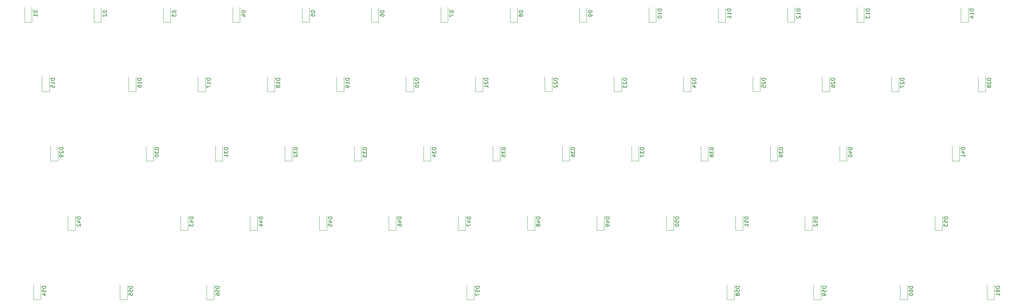
<source format=gbr>
%TF.GenerationSoftware,KiCad,Pcbnew,9.0.3*%
%TF.CreationDate,2025-08-13T20:15:07-07:00*%
%TF.ProjectId,keyboardpls,6b657962-6f61-4726-9470-6c732e6b6963,rev?*%
%TF.SameCoordinates,Original*%
%TF.FileFunction,Legend,Bot*%
%TF.FilePolarity,Positive*%
%FSLAX46Y46*%
G04 Gerber Fmt 4.6, Leading zero omitted, Abs format (unit mm)*
G04 Created by KiCad (PCBNEW 9.0.3) date 2025-08-13 20:15:07*
%MOMM*%
%LPD*%
G01*
G04 APERTURE LIST*
%ADD10C,0.150000*%
%ADD11C,0.120000*%
G04 APERTURE END LIST*
D10*
X343053919Y-121068614D02*
X342053919Y-121068614D01*
X342053919Y-121068614D02*
X342053919Y-121306709D01*
X342053919Y-121306709D02*
X342101538Y-121449566D01*
X342101538Y-121449566D02*
X342196776Y-121544804D01*
X342196776Y-121544804D02*
X342292014Y-121592423D01*
X342292014Y-121592423D02*
X342482490Y-121640042D01*
X342482490Y-121640042D02*
X342625347Y-121640042D01*
X342625347Y-121640042D02*
X342815823Y-121592423D01*
X342815823Y-121592423D02*
X342911061Y-121544804D01*
X342911061Y-121544804D02*
X343006300Y-121449566D01*
X343006300Y-121449566D02*
X343053919Y-121306709D01*
X343053919Y-121306709D02*
X343053919Y-121068614D01*
X343053919Y-122592423D02*
X343053919Y-122020995D01*
X343053919Y-122306709D02*
X342053919Y-122306709D01*
X342053919Y-122306709D02*
X342196776Y-122211471D01*
X342196776Y-122211471D02*
X342292014Y-122116233D01*
X342292014Y-122116233D02*
X342339633Y-122020995D01*
X342387252Y-123449566D02*
X343053919Y-123449566D01*
X342006300Y-123211471D02*
X342720585Y-122973376D01*
X342720585Y-122973376D02*
X342720585Y-123592423D01*
X335910169Y-178218614D02*
X334910169Y-178218614D01*
X334910169Y-178218614D02*
X334910169Y-178456709D01*
X334910169Y-178456709D02*
X334957788Y-178599566D01*
X334957788Y-178599566D02*
X335053026Y-178694804D01*
X335053026Y-178694804D02*
X335148264Y-178742423D01*
X335148264Y-178742423D02*
X335338740Y-178790042D01*
X335338740Y-178790042D02*
X335481597Y-178790042D01*
X335481597Y-178790042D02*
X335672073Y-178742423D01*
X335672073Y-178742423D02*
X335767311Y-178694804D01*
X335767311Y-178694804D02*
X335862550Y-178599566D01*
X335862550Y-178599566D02*
X335910169Y-178456709D01*
X335910169Y-178456709D02*
X335910169Y-178218614D01*
X334910169Y-179694804D02*
X334910169Y-179218614D01*
X334910169Y-179218614D02*
X335386359Y-179170995D01*
X335386359Y-179170995D02*
X335338740Y-179218614D01*
X335338740Y-179218614D02*
X335291121Y-179313852D01*
X335291121Y-179313852D02*
X335291121Y-179551947D01*
X335291121Y-179551947D02*
X335338740Y-179647185D01*
X335338740Y-179647185D02*
X335386359Y-179694804D01*
X335386359Y-179694804D02*
X335481597Y-179742423D01*
X335481597Y-179742423D02*
X335719692Y-179742423D01*
X335719692Y-179742423D02*
X335814930Y-179694804D01*
X335814930Y-179694804D02*
X335862550Y-179647185D01*
X335862550Y-179647185D02*
X335910169Y-179551947D01*
X335910169Y-179551947D02*
X335910169Y-179313852D01*
X335910169Y-179313852D02*
X335862550Y-179218614D01*
X335862550Y-179218614D02*
X335814930Y-179170995D01*
X334910169Y-180075757D02*
X334910169Y-180694804D01*
X334910169Y-180694804D02*
X335291121Y-180361471D01*
X335291121Y-180361471D02*
X335291121Y-180504328D01*
X335291121Y-180504328D02*
X335338740Y-180599566D01*
X335338740Y-180599566D02*
X335386359Y-180647185D01*
X335386359Y-180647185D02*
X335481597Y-180694804D01*
X335481597Y-180694804D02*
X335719692Y-180694804D01*
X335719692Y-180694804D02*
X335814930Y-180647185D01*
X335814930Y-180647185D02*
X335862550Y-180599566D01*
X335862550Y-180599566D02*
X335910169Y-180504328D01*
X335910169Y-180504328D02*
X335910169Y-180218614D01*
X335910169Y-180218614D02*
X335862550Y-180123376D01*
X335862550Y-180123376D02*
X335814930Y-180075757D01*
X262091419Y-178218614D02*
X261091419Y-178218614D01*
X261091419Y-178218614D02*
X261091419Y-178456709D01*
X261091419Y-178456709D02*
X261139038Y-178599566D01*
X261139038Y-178599566D02*
X261234276Y-178694804D01*
X261234276Y-178694804D02*
X261329514Y-178742423D01*
X261329514Y-178742423D02*
X261519990Y-178790042D01*
X261519990Y-178790042D02*
X261662847Y-178790042D01*
X261662847Y-178790042D02*
X261853323Y-178742423D01*
X261853323Y-178742423D02*
X261948561Y-178694804D01*
X261948561Y-178694804D02*
X262043800Y-178599566D01*
X262043800Y-178599566D02*
X262091419Y-178456709D01*
X262091419Y-178456709D02*
X262091419Y-178218614D01*
X261091419Y-179694804D02*
X261091419Y-179218614D01*
X261091419Y-179218614D02*
X261567609Y-179170995D01*
X261567609Y-179170995D02*
X261519990Y-179218614D01*
X261519990Y-179218614D02*
X261472371Y-179313852D01*
X261472371Y-179313852D02*
X261472371Y-179551947D01*
X261472371Y-179551947D02*
X261519990Y-179647185D01*
X261519990Y-179647185D02*
X261567609Y-179694804D01*
X261567609Y-179694804D02*
X261662847Y-179742423D01*
X261662847Y-179742423D02*
X261900942Y-179742423D01*
X261900942Y-179742423D02*
X261996180Y-179694804D01*
X261996180Y-179694804D02*
X262043800Y-179647185D01*
X262043800Y-179647185D02*
X262091419Y-179551947D01*
X262091419Y-179551947D02*
X262091419Y-179313852D01*
X262091419Y-179313852D02*
X262043800Y-179218614D01*
X262043800Y-179218614D02*
X261996180Y-179170995D01*
X261091419Y-180361471D02*
X261091419Y-180456709D01*
X261091419Y-180456709D02*
X261139038Y-180551947D01*
X261139038Y-180551947D02*
X261186657Y-180599566D01*
X261186657Y-180599566D02*
X261281895Y-180647185D01*
X261281895Y-180647185D02*
X261472371Y-180694804D01*
X261472371Y-180694804D02*
X261710466Y-180694804D01*
X261710466Y-180694804D02*
X261900942Y-180647185D01*
X261900942Y-180647185D02*
X261996180Y-180599566D01*
X261996180Y-180599566D02*
X262043800Y-180551947D01*
X262043800Y-180551947D02*
X262091419Y-180456709D01*
X262091419Y-180456709D02*
X262091419Y-180361471D01*
X262091419Y-180361471D02*
X262043800Y-180266233D01*
X262043800Y-180266233D02*
X261996180Y-180218614D01*
X261996180Y-180218614D02*
X261900942Y-180170995D01*
X261900942Y-180170995D02*
X261710466Y-180123376D01*
X261710466Y-180123376D02*
X261472371Y-180123376D01*
X261472371Y-180123376D02*
X261281895Y-180170995D01*
X261281895Y-180170995D02*
X261186657Y-180218614D01*
X261186657Y-180218614D02*
X261139038Y-180266233D01*
X261139038Y-180266233D02*
X261091419Y-180361471D01*
X223991419Y-178218614D02*
X222991419Y-178218614D01*
X222991419Y-178218614D02*
X222991419Y-178456709D01*
X222991419Y-178456709D02*
X223039038Y-178599566D01*
X223039038Y-178599566D02*
X223134276Y-178694804D01*
X223134276Y-178694804D02*
X223229514Y-178742423D01*
X223229514Y-178742423D02*
X223419990Y-178790042D01*
X223419990Y-178790042D02*
X223562847Y-178790042D01*
X223562847Y-178790042D02*
X223753323Y-178742423D01*
X223753323Y-178742423D02*
X223848561Y-178694804D01*
X223848561Y-178694804D02*
X223943800Y-178599566D01*
X223943800Y-178599566D02*
X223991419Y-178456709D01*
X223991419Y-178456709D02*
X223991419Y-178218614D01*
X223324752Y-179647185D02*
X223991419Y-179647185D01*
X222943800Y-179409090D02*
X223658085Y-179170995D01*
X223658085Y-179170995D02*
X223658085Y-179790042D01*
X223419990Y-180313852D02*
X223372371Y-180218614D01*
X223372371Y-180218614D02*
X223324752Y-180170995D01*
X223324752Y-180170995D02*
X223229514Y-180123376D01*
X223229514Y-180123376D02*
X223181895Y-180123376D01*
X223181895Y-180123376D02*
X223086657Y-180170995D01*
X223086657Y-180170995D02*
X223039038Y-180218614D01*
X223039038Y-180218614D02*
X222991419Y-180313852D01*
X222991419Y-180313852D02*
X222991419Y-180504328D01*
X222991419Y-180504328D02*
X223039038Y-180599566D01*
X223039038Y-180599566D02*
X223086657Y-180647185D01*
X223086657Y-180647185D02*
X223181895Y-180694804D01*
X223181895Y-180694804D02*
X223229514Y-180694804D01*
X223229514Y-180694804D02*
X223324752Y-180647185D01*
X223324752Y-180647185D02*
X223372371Y-180599566D01*
X223372371Y-180599566D02*
X223419990Y-180504328D01*
X223419990Y-180504328D02*
X223419990Y-180313852D01*
X223419990Y-180313852D02*
X223467609Y-180218614D01*
X223467609Y-180218614D02*
X223515228Y-180170995D01*
X223515228Y-180170995D02*
X223610466Y-180123376D01*
X223610466Y-180123376D02*
X223800942Y-180123376D01*
X223800942Y-180123376D02*
X223896180Y-180170995D01*
X223896180Y-180170995D02*
X223943800Y-180218614D01*
X223943800Y-180218614D02*
X223991419Y-180313852D01*
X223991419Y-180313852D02*
X223991419Y-180504328D01*
X223991419Y-180504328D02*
X223943800Y-180599566D01*
X223943800Y-180599566D02*
X223896180Y-180647185D01*
X223896180Y-180647185D02*
X223800942Y-180694804D01*
X223800942Y-180694804D02*
X223610466Y-180694804D01*
X223610466Y-180694804D02*
X223515228Y-180647185D01*
X223515228Y-180647185D02*
X223467609Y-180599566D01*
X223467609Y-180599566D02*
X223419990Y-180504328D01*
X171603919Y-140118614D02*
X170603919Y-140118614D01*
X170603919Y-140118614D02*
X170603919Y-140356709D01*
X170603919Y-140356709D02*
X170651538Y-140499566D01*
X170651538Y-140499566D02*
X170746776Y-140594804D01*
X170746776Y-140594804D02*
X170842014Y-140642423D01*
X170842014Y-140642423D02*
X171032490Y-140690042D01*
X171032490Y-140690042D02*
X171175347Y-140690042D01*
X171175347Y-140690042D02*
X171365823Y-140642423D01*
X171365823Y-140642423D02*
X171461061Y-140594804D01*
X171461061Y-140594804D02*
X171556300Y-140499566D01*
X171556300Y-140499566D02*
X171603919Y-140356709D01*
X171603919Y-140356709D02*
X171603919Y-140118614D01*
X171603919Y-141642423D02*
X171603919Y-141070995D01*
X171603919Y-141356709D02*
X170603919Y-141356709D01*
X170603919Y-141356709D02*
X170746776Y-141261471D01*
X170746776Y-141261471D02*
X170842014Y-141166233D01*
X170842014Y-141166233D02*
X170889633Y-141070995D01*
X171603919Y-142118614D02*
X171603919Y-142309090D01*
X171603919Y-142309090D02*
X171556300Y-142404328D01*
X171556300Y-142404328D02*
X171508680Y-142451947D01*
X171508680Y-142451947D02*
X171365823Y-142547185D01*
X171365823Y-142547185D02*
X171175347Y-142594804D01*
X171175347Y-142594804D02*
X170794395Y-142594804D01*
X170794395Y-142594804D02*
X170699157Y-142547185D01*
X170699157Y-142547185D02*
X170651538Y-142499566D01*
X170651538Y-142499566D02*
X170603919Y-142404328D01*
X170603919Y-142404328D02*
X170603919Y-142213852D01*
X170603919Y-142213852D02*
X170651538Y-142118614D01*
X170651538Y-142118614D02*
X170699157Y-142070995D01*
X170699157Y-142070995D02*
X170794395Y-142023376D01*
X170794395Y-142023376D02*
X171032490Y-142023376D01*
X171032490Y-142023376D02*
X171127728Y-142070995D01*
X171127728Y-142070995D02*
X171175347Y-142118614D01*
X171175347Y-142118614D02*
X171222966Y-142213852D01*
X171222966Y-142213852D02*
X171222966Y-142404328D01*
X171222966Y-142404328D02*
X171175347Y-142499566D01*
X171175347Y-142499566D02*
X171127728Y-142547185D01*
X171127728Y-142547185D02*
X171032490Y-142594804D01*
X114453919Y-140118614D02*
X113453919Y-140118614D01*
X113453919Y-140118614D02*
X113453919Y-140356709D01*
X113453919Y-140356709D02*
X113501538Y-140499566D01*
X113501538Y-140499566D02*
X113596776Y-140594804D01*
X113596776Y-140594804D02*
X113692014Y-140642423D01*
X113692014Y-140642423D02*
X113882490Y-140690042D01*
X113882490Y-140690042D02*
X114025347Y-140690042D01*
X114025347Y-140690042D02*
X114215823Y-140642423D01*
X114215823Y-140642423D02*
X114311061Y-140594804D01*
X114311061Y-140594804D02*
X114406300Y-140499566D01*
X114406300Y-140499566D02*
X114453919Y-140356709D01*
X114453919Y-140356709D02*
X114453919Y-140118614D01*
X114453919Y-141642423D02*
X114453919Y-141070995D01*
X114453919Y-141356709D02*
X113453919Y-141356709D01*
X113453919Y-141356709D02*
X113596776Y-141261471D01*
X113596776Y-141261471D02*
X113692014Y-141166233D01*
X113692014Y-141166233D02*
X113739633Y-141070995D01*
X113453919Y-142499566D02*
X113453919Y-142309090D01*
X113453919Y-142309090D02*
X113501538Y-142213852D01*
X113501538Y-142213852D02*
X113549157Y-142166233D01*
X113549157Y-142166233D02*
X113692014Y-142070995D01*
X113692014Y-142070995D02*
X113882490Y-142023376D01*
X113882490Y-142023376D02*
X114263442Y-142023376D01*
X114263442Y-142023376D02*
X114358680Y-142070995D01*
X114358680Y-142070995D02*
X114406300Y-142118614D01*
X114406300Y-142118614D02*
X114453919Y-142213852D01*
X114453919Y-142213852D02*
X114453919Y-142404328D01*
X114453919Y-142404328D02*
X114406300Y-142499566D01*
X114406300Y-142499566D02*
X114358680Y-142547185D01*
X114358680Y-142547185D02*
X114263442Y-142594804D01*
X114263442Y-142594804D02*
X114025347Y-142594804D01*
X114025347Y-142594804D02*
X113930109Y-142547185D01*
X113930109Y-142547185D02*
X113882490Y-142499566D01*
X113882490Y-142499566D02*
X113834871Y-142404328D01*
X113834871Y-142404328D02*
X113834871Y-142213852D01*
X113834871Y-142213852D02*
X113882490Y-142118614D01*
X113882490Y-142118614D02*
X113930109Y-142070995D01*
X113930109Y-142070995D02*
X114025347Y-142023376D01*
X324003919Y-140118614D02*
X323003919Y-140118614D01*
X323003919Y-140118614D02*
X323003919Y-140356709D01*
X323003919Y-140356709D02*
X323051538Y-140499566D01*
X323051538Y-140499566D02*
X323146776Y-140594804D01*
X323146776Y-140594804D02*
X323242014Y-140642423D01*
X323242014Y-140642423D02*
X323432490Y-140690042D01*
X323432490Y-140690042D02*
X323575347Y-140690042D01*
X323575347Y-140690042D02*
X323765823Y-140642423D01*
X323765823Y-140642423D02*
X323861061Y-140594804D01*
X323861061Y-140594804D02*
X323956300Y-140499566D01*
X323956300Y-140499566D02*
X324003919Y-140356709D01*
X324003919Y-140356709D02*
X324003919Y-140118614D01*
X323099157Y-141070995D02*
X323051538Y-141118614D01*
X323051538Y-141118614D02*
X323003919Y-141213852D01*
X323003919Y-141213852D02*
X323003919Y-141451947D01*
X323003919Y-141451947D02*
X323051538Y-141547185D01*
X323051538Y-141547185D02*
X323099157Y-141594804D01*
X323099157Y-141594804D02*
X323194395Y-141642423D01*
X323194395Y-141642423D02*
X323289633Y-141642423D01*
X323289633Y-141642423D02*
X323432490Y-141594804D01*
X323432490Y-141594804D02*
X324003919Y-141023376D01*
X324003919Y-141023376D02*
X324003919Y-141642423D01*
X323003919Y-141975757D02*
X323003919Y-142642423D01*
X323003919Y-142642423D02*
X324003919Y-142213852D01*
X266853919Y-140118614D02*
X265853919Y-140118614D01*
X265853919Y-140118614D02*
X265853919Y-140356709D01*
X265853919Y-140356709D02*
X265901538Y-140499566D01*
X265901538Y-140499566D02*
X265996776Y-140594804D01*
X265996776Y-140594804D02*
X266092014Y-140642423D01*
X266092014Y-140642423D02*
X266282490Y-140690042D01*
X266282490Y-140690042D02*
X266425347Y-140690042D01*
X266425347Y-140690042D02*
X266615823Y-140642423D01*
X266615823Y-140642423D02*
X266711061Y-140594804D01*
X266711061Y-140594804D02*
X266806300Y-140499566D01*
X266806300Y-140499566D02*
X266853919Y-140356709D01*
X266853919Y-140356709D02*
X266853919Y-140118614D01*
X265949157Y-141070995D02*
X265901538Y-141118614D01*
X265901538Y-141118614D02*
X265853919Y-141213852D01*
X265853919Y-141213852D02*
X265853919Y-141451947D01*
X265853919Y-141451947D02*
X265901538Y-141547185D01*
X265901538Y-141547185D02*
X265949157Y-141594804D01*
X265949157Y-141594804D02*
X266044395Y-141642423D01*
X266044395Y-141642423D02*
X266139633Y-141642423D01*
X266139633Y-141642423D02*
X266282490Y-141594804D01*
X266282490Y-141594804D02*
X266853919Y-141023376D01*
X266853919Y-141023376D02*
X266853919Y-141642423D01*
X266187252Y-142499566D02*
X266853919Y-142499566D01*
X265806300Y-142261471D02*
X266520585Y-142023376D01*
X266520585Y-142023376D02*
X266520585Y-142642423D01*
X247803919Y-140118614D02*
X246803919Y-140118614D01*
X246803919Y-140118614D02*
X246803919Y-140356709D01*
X246803919Y-140356709D02*
X246851538Y-140499566D01*
X246851538Y-140499566D02*
X246946776Y-140594804D01*
X246946776Y-140594804D02*
X247042014Y-140642423D01*
X247042014Y-140642423D02*
X247232490Y-140690042D01*
X247232490Y-140690042D02*
X247375347Y-140690042D01*
X247375347Y-140690042D02*
X247565823Y-140642423D01*
X247565823Y-140642423D02*
X247661061Y-140594804D01*
X247661061Y-140594804D02*
X247756300Y-140499566D01*
X247756300Y-140499566D02*
X247803919Y-140356709D01*
X247803919Y-140356709D02*
X247803919Y-140118614D01*
X246899157Y-141070995D02*
X246851538Y-141118614D01*
X246851538Y-141118614D02*
X246803919Y-141213852D01*
X246803919Y-141213852D02*
X246803919Y-141451947D01*
X246803919Y-141451947D02*
X246851538Y-141547185D01*
X246851538Y-141547185D02*
X246899157Y-141594804D01*
X246899157Y-141594804D02*
X246994395Y-141642423D01*
X246994395Y-141642423D02*
X247089633Y-141642423D01*
X247089633Y-141642423D02*
X247232490Y-141594804D01*
X247232490Y-141594804D02*
X247803919Y-141023376D01*
X247803919Y-141023376D02*
X247803919Y-141642423D01*
X246803919Y-141975757D02*
X246803919Y-142594804D01*
X246803919Y-142594804D02*
X247184871Y-142261471D01*
X247184871Y-142261471D02*
X247184871Y-142404328D01*
X247184871Y-142404328D02*
X247232490Y-142499566D01*
X247232490Y-142499566D02*
X247280109Y-142547185D01*
X247280109Y-142547185D02*
X247375347Y-142594804D01*
X247375347Y-142594804D02*
X247613442Y-142594804D01*
X247613442Y-142594804D02*
X247708680Y-142547185D01*
X247708680Y-142547185D02*
X247756300Y-142499566D01*
X247756300Y-142499566D02*
X247803919Y-142404328D01*
X247803919Y-142404328D02*
X247803919Y-142118614D01*
X247803919Y-142118614D02*
X247756300Y-142023376D01*
X247756300Y-142023376D02*
X247708680Y-141975757D01*
X133503919Y-140118614D02*
X132503919Y-140118614D01*
X132503919Y-140118614D02*
X132503919Y-140356709D01*
X132503919Y-140356709D02*
X132551538Y-140499566D01*
X132551538Y-140499566D02*
X132646776Y-140594804D01*
X132646776Y-140594804D02*
X132742014Y-140642423D01*
X132742014Y-140642423D02*
X132932490Y-140690042D01*
X132932490Y-140690042D02*
X133075347Y-140690042D01*
X133075347Y-140690042D02*
X133265823Y-140642423D01*
X133265823Y-140642423D02*
X133361061Y-140594804D01*
X133361061Y-140594804D02*
X133456300Y-140499566D01*
X133456300Y-140499566D02*
X133503919Y-140356709D01*
X133503919Y-140356709D02*
X133503919Y-140118614D01*
X133503919Y-141642423D02*
X133503919Y-141070995D01*
X133503919Y-141356709D02*
X132503919Y-141356709D01*
X132503919Y-141356709D02*
X132646776Y-141261471D01*
X132646776Y-141261471D02*
X132742014Y-141166233D01*
X132742014Y-141166233D02*
X132789633Y-141070995D01*
X132503919Y-141975757D02*
X132503919Y-142642423D01*
X132503919Y-142642423D02*
X133503919Y-142213852D01*
X128741419Y-178218614D02*
X127741419Y-178218614D01*
X127741419Y-178218614D02*
X127741419Y-178456709D01*
X127741419Y-178456709D02*
X127789038Y-178599566D01*
X127789038Y-178599566D02*
X127884276Y-178694804D01*
X127884276Y-178694804D02*
X127979514Y-178742423D01*
X127979514Y-178742423D02*
X128169990Y-178790042D01*
X128169990Y-178790042D02*
X128312847Y-178790042D01*
X128312847Y-178790042D02*
X128503323Y-178742423D01*
X128503323Y-178742423D02*
X128598561Y-178694804D01*
X128598561Y-178694804D02*
X128693800Y-178599566D01*
X128693800Y-178599566D02*
X128741419Y-178456709D01*
X128741419Y-178456709D02*
X128741419Y-178218614D01*
X128074752Y-179647185D02*
X128741419Y-179647185D01*
X127693800Y-179409090D02*
X128408085Y-179170995D01*
X128408085Y-179170995D02*
X128408085Y-179790042D01*
X127741419Y-180075757D02*
X127741419Y-180694804D01*
X127741419Y-180694804D02*
X128122371Y-180361471D01*
X128122371Y-180361471D02*
X128122371Y-180504328D01*
X128122371Y-180504328D02*
X128169990Y-180599566D01*
X128169990Y-180599566D02*
X128217609Y-180647185D01*
X128217609Y-180647185D02*
X128312847Y-180694804D01*
X128312847Y-180694804D02*
X128550942Y-180694804D01*
X128550942Y-180694804D02*
X128646180Y-180647185D01*
X128646180Y-180647185D02*
X128693800Y-180599566D01*
X128693800Y-180599566D02*
X128741419Y-180504328D01*
X128741419Y-180504328D02*
X128741419Y-180218614D01*
X128741419Y-180218614D02*
X128693800Y-180123376D01*
X128693800Y-180123376D02*
X128646180Y-180075757D01*
X257328919Y-121068614D02*
X256328919Y-121068614D01*
X256328919Y-121068614D02*
X256328919Y-121306709D01*
X256328919Y-121306709D02*
X256376538Y-121449566D01*
X256376538Y-121449566D02*
X256471776Y-121544804D01*
X256471776Y-121544804D02*
X256567014Y-121592423D01*
X256567014Y-121592423D02*
X256757490Y-121640042D01*
X256757490Y-121640042D02*
X256900347Y-121640042D01*
X256900347Y-121640042D02*
X257090823Y-121592423D01*
X257090823Y-121592423D02*
X257186061Y-121544804D01*
X257186061Y-121544804D02*
X257281300Y-121449566D01*
X257281300Y-121449566D02*
X257328919Y-121306709D01*
X257328919Y-121306709D02*
X257328919Y-121068614D01*
X257328919Y-122592423D02*
X257328919Y-122020995D01*
X257328919Y-122306709D02*
X256328919Y-122306709D01*
X256328919Y-122306709D02*
X256471776Y-122211471D01*
X256471776Y-122211471D02*
X256567014Y-122116233D01*
X256567014Y-122116233D02*
X256614633Y-122020995D01*
X256328919Y-123211471D02*
X256328919Y-123306709D01*
X256328919Y-123306709D02*
X256376538Y-123401947D01*
X256376538Y-123401947D02*
X256424157Y-123449566D01*
X256424157Y-123449566D02*
X256519395Y-123497185D01*
X256519395Y-123497185D02*
X256709871Y-123544804D01*
X256709871Y-123544804D02*
X256947966Y-123544804D01*
X256947966Y-123544804D02*
X257138442Y-123497185D01*
X257138442Y-123497185D02*
X257233680Y-123449566D01*
X257233680Y-123449566D02*
X257281300Y-123401947D01*
X257281300Y-123401947D02*
X257328919Y-123306709D01*
X257328919Y-123306709D02*
X257328919Y-123211471D01*
X257328919Y-123211471D02*
X257281300Y-123116233D01*
X257281300Y-123116233D02*
X257233680Y-123068614D01*
X257233680Y-123068614D02*
X257138442Y-123020995D01*
X257138442Y-123020995D02*
X256947966Y-122973376D01*
X256947966Y-122973376D02*
X256709871Y-122973376D01*
X256709871Y-122973376D02*
X256519395Y-123020995D01*
X256519395Y-123020995D02*
X256424157Y-123068614D01*
X256424157Y-123068614D02*
X256376538Y-123116233D01*
X256376538Y-123116233D02*
X256328919Y-123211471D01*
X304953919Y-140118614D02*
X303953919Y-140118614D01*
X303953919Y-140118614D02*
X303953919Y-140356709D01*
X303953919Y-140356709D02*
X304001538Y-140499566D01*
X304001538Y-140499566D02*
X304096776Y-140594804D01*
X304096776Y-140594804D02*
X304192014Y-140642423D01*
X304192014Y-140642423D02*
X304382490Y-140690042D01*
X304382490Y-140690042D02*
X304525347Y-140690042D01*
X304525347Y-140690042D02*
X304715823Y-140642423D01*
X304715823Y-140642423D02*
X304811061Y-140594804D01*
X304811061Y-140594804D02*
X304906300Y-140499566D01*
X304906300Y-140499566D02*
X304953919Y-140356709D01*
X304953919Y-140356709D02*
X304953919Y-140118614D01*
X304049157Y-141070995D02*
X304001538Y-141118614D01*
X304001538Y-141118614D02*
X303953919Y-141213852D01*
X303953919Y-141213852D02*
X303953919Y-141451947D01*
X303953919Y-141451947D02*
X304001538Y-141547185D01*
X304001538Y-141547185D02*
X304049157Y-141594804D01*
X304049157Y-141594804D02*
X304144395Y-141642423D01*
X304144395Y-141642423D02*
X304239633Y-141642423D01*
X304239633Y-141642423D02*
X304382490Y-141594804D01*
X304382490Y-141594804D02*
X304953919Y-141023376D01*
X304953919Y-141023376D02*
X304953919Y-141642423D01*
X303953919Y-142499566D02*
X303953919Y-142309090D01*
X303953919Y-142309090D02*
X304001538Y-142213852D01*
X304001538Y-142213852D02*
X304049157Y-142166233D01*
X304049157Y-142166233D02*
X304192014Y-142070995D01*
X304192014Y-142070995D02*
X304382490Y-142023376D01*
X304382490Y-142023376D02*
X304763442Y-142023376D01*
X304763442Y-142023376D02*
X304858680Y-142070995D01*
X304858680Y-142070995D02*
X304906300Y-142118614D01*
X304906300Y-142118614D02*
X304953919Y-142213852D01*
X304953919Y-142213852D02*
X304953919Y-142404328D01*
X304953919Y-142404328D02*
X304906300Y-142499566D01*
X304906300Y-142499566D02*
X304858680Y-142547185D01*
X304858680Y-142547185D02*
X304763442Y-142594804D01*
X304763442Y-142594804D02*
X304525347Y-142594804D01*
X304525347Y-142594804D02*
X304430109Y-142547185D01*
X304430109Y-142547185D02*
X304382490Y-142499566D01*
X304382490Y-142499566D02*
X304334871Y-142404328D01*
X304334871Y-142404328D02*
X304334871Y-142213852D01*
X304334871Y-142213852D02*
X304382490Y-142118614D01*
X304382490Y-142118614D02*
X304430109Y-142070995D01*
X304430109Y-142070995D02*
X304525347Y-142023376D01*
X243041419Y-178218614D02*
X242041419Y-178218614D01*
X242041419Y-178218614D02*
X242041419Y-178456709D01*
X242041419Y-178456709D02*
X242089038Y-178599566D01*
X242089038Y-178599566D02*
X242184276Y-178694804D01*
X242184276Y-178694804D02*
X242279514Y-178742423D01*
X242279514Y-178742423D02*
X242469990Y-178790042D01*
X242469990Y-178790042D02*
X242612847Y-178790042D01*
X242612847Y-178790042D02*
X242803323Y-178742423D01*
X242803323Y-178742423D02*
X242898561Y-178694804D01*
X242898561Y-178694804D02*
X242993800Y-178599566D01*
X242993800Y-178599566D02*
X243041419Y-178456709D01*
X243041419Y-178456709D02*
X243041419Y-178218614D01*
X242374752Y-179647185D02*
X243041419Y-179647185D01*
X241993800Y-179409090D02*
X242708085Y-179170995D01*
X242708085Y-179170995D02*
X242708085Y-179790042D01*
X243041419Y-180218614D02*
X243041419Y-180409090D01*
X243041419Y-180409090D02*
X242993800Y-180504328D01*
X242993800Y-180504328D02*
X242946180Y-180551947D01*
X242946180Y-180551947D02*
X242803323Y-180647185D01*
X242803323Y-180647185D02*
X242612847Y-180694804D01*
X242612847Y-180694804D02*
X242231895Y-180694804D01*
X242231895Y-180694804D02*
X242136657Y-180647185D01*
X242136657Y-180647185D02*
X242089038Y-180599566D01*
X242089038Y-180599566D02*
X242041419Y-180504328D01*
X242041419Y-180504328D02*
X242041419Y-180313852D01*
X242041419Y-180313852D02*
X242089038Y-180218614D01*
X242089038Y-180218614D02*
X242136657Y-180170995D01*
X242136657Y-180170995D02*
X242231895Y-180123376D01*
X242231895Y-180123376D02*
X242469990Y-180123376D01*
X242469990Y-180123376D02*
X242565228Y-180170995D01*
X242565228Y-180170995D02*
X242612847Y-180218614D01*
X242612847Y-180218614D02*
X242660466Y-180313852D01*
X242660466Y-180313852D02*
X242660466Y-180504328D01*
X242660466Y-180504328D02*
X242612847Y-180599566D01*
X242612847Y-180599566D02*
X242565228Y-180647185D01*
X242565228Y-180647185D02*
X242469990Y-180694804D01*
X214466419Y-159168614D02*
X213466419Y-159168614D01*
X213466419Y-159168614D02*
X213466419Y-159406709D01*
X213466419Y-159406709D02*
X213514038Y-159549566D01*
X213514038Y-159549566D02*
X213609276Y-159644804D01*
X213609276Y-159644804D02*
X213704514Y-159692423D01*
X213704514Y-159692423D02*
X213894990Y-159740042D01*
X213894990Y-159740042D02*
X214037847Y-159740042D01*
X214037847Y-159740042D02*
X214228323Y-159692423D01*
X214228323Y-159692423D02*
X214323561Y-159644804D01*
X214323561Y-159644804D02*
X214418800Y-159549566D01*
X214418800Y-159549566D02*
X214466419Y-159406709D01*
X214466419Y-159406709D02*
X214466419Y-159168614D01*
X213466419Y-160073376D02*
X213466419Y-160692423D01*
X213466419Y-160692423D02*
X213847371Y-160359090D01*
X213847371Y-160359090D02*
X213847371Y-160501947D01*
X213847371Y-160501947D02*
X213894990Y-160597185D01*
X213894990Y-160597185D02*
X213942609Y-160644804D01*
X213942609Y-160644804D02*
X214037847Y-160692423D01*
X214037847Y-160692423D02*
X214275942Y-160692423D01*
X214275942Y-160692423D02*
X214371180Y-160644804D01*
X214371180Y-160644804D02*
X214418800Y-160597185D01*
X214418800Y-160597185D02*
X214466419Y-160501947D01*
X214466419Y-160501947D02*
X214466419Y-160216233D01*
X214466419Y-160216233D02*
X214418800Y-160120995D01*
X214418800Y-160120995D02*
X214371180Y-160073376D01*
X213466419Y-161597185D02*
X213466419Y-161120995D01*
X213466419Y-161120995D02*
X213942609Y-161073376D01*
X213942609Y-161073376D02*
X213894990Y-161120995D01*
X213894990Y-161120995D02*
X213847371Y-161216233D01*
X213847371Y-161216233D02*
X213847371Y-161454328D01*
X213847371Y-161454328D02*
X213894990Y-161549566D01*
X213894990Y-161549566D02*
X213942609Y-161597185D01*
X213942609Y-161597185D02*
X214037847Y-161644804D01*
X214037847Y-161644804D02*
X214275942Y-161644804D01*
X214275942Y-161644804D02*
X214371180Y-161597185D01*
X214371180Y-161597185D02*
X214418800Y-161549566D01*
X214418800Y-161549566D02*
X214466419Y-161454328D01*
X214466419Y-161454328D02*
X214466419Y-161216233D01*
X214466419Y-161216233D02*
X214418800Y-161120995D01*
X214418800Y-161120995D02*
X214371180Y-161073376D01*
X278760169Y-197268614D02*
X277760169Y-197268614D01*
X277760169Y-197268614D02*
X277760169Y-197506709D01*
X277760169Y-197506709D02*
X277807788Y-197649566D01*
X277807788Y-197649566D02*
X277903026Y-197744804D01*
X277903026Y-197744804D02*
X277998264Y-197792423D01*
X277998264Y-197792423D02*
X278188740Y-197840042D01*
X278188740Y-197840042D02*
X278331597Y-197840042D01*
X278331597Y-197840042D02*
X278522073Y-197792423D01*
X278522073Y-197792423D02*
X278617311Y-197744804D01*
X278617311Y-197744804D02*
X278712550Y-197649566D01*
X278712550Y-197649566D02*
X278760169Y-197506709D01*
X278760169Y-197506709D02*
X278760169Y-197268614D01*
X277760169Y-198744804D02*
X277760169Y-198268614D01*
X277760169Y-198268614D02*
X278236359Y-198220995D01*
X278236359Y-198220995D02*
X278188740Y-198268614D01*
X278188740Y-198268614D02*
X278141121Y-198363852D01*
X278141121Y-198363852D02*
X278141121Y-198601947D01*
X278141121Y-198601947D02*
X278188740Y-198697185D01*
X278188740Y-198697185D02*
X278236359Y-198744804D01*
X278236359Y-198744804D02*
X278331597Y-198792423D01*
X278331597Y-198792423D02*
X278569692Y-198792423D01*
X278569692Y-198792423D02*
X278664930Y-198744804D01*
X278664930Y-198744804D02*
X278712550Y-198697185D01*
X278712550Y-198697185D02*
X278760169Y-198601947D01*
X278760169Y-198601947D02*
X278760169Y-198363852D01*
X278760169Y-198363852D02*
X278712550Y-198268614D01*
X278712550Y-198268614D02*
X278664930Y-198220995D01*
X278188740Y-199363852D02*
X278141121Y-199268614D01*
X278141121Y-199268614D02*
X278093502Y-199220995D01*
X278093502Y-199220995D02*
X277998264Y-199173376D01*
X277998264Y-199173376D02*
X277950645Y-199173376D01*
X277950645Y-199173376D02*
X277855407Y-199220995D01*
X277855407Y-199220995D02*
X277807788Y-199268614D01*
X277807788Y-199268614D02*
X277760169Y-199363852D01*
X277760169Y-199363852D02*
X277760169Y-199554328D01*
X277760169Y-199554328D02*
X277807788Y-199649566D01*
X277807788Y-199649566D02*
X277855407Y-199697185D01*
X277855407Y-199697185D02*
X277950645Y-199744804D01*
X277950645Y-199744804D02*
X277998264Y-199744804D01*
X277998264Y-199744804D02*
X278093502Y-199697185D01*
X278093502Y-199697185D02*
X278141121Y-199649566D01*
X278141121Y-199649566D02*
X278188740Y-199554328D01*
X278188740Y-199554328D02*
X278188740Y-199363852D01*
X278188740Y-199363852D02*
X278236359Y-199268614D01*
X278236359Y-199268614D02*
X278283978Y-199220995D01*
X278283978Y-199220995D02*
X278379216Y-199173376D01*
X278379216Y-199173376D02*
X278569692Y-199173376D01*
X278569692Y-199173376D02*
X278664930Y-199220995D01*
X278664930Y-199220995D02*
X278712550Y-199268614D01*
X278712550Y-199268614D02*
X278760169Y-199363852D01*
X278760169Y-199363852D02*
X278760169Y-199554328D01*
X278760169Y-199554328D02*
X278712550Y-199649566D01*
X278712550Y-199649566D02*
X278664930Y-199697185D01*
X278664930Y-199697185D02*
X278569692Y-199744804D01*
X278569692Y-199744804D02*
X278379216Y-199744804D01*
X278379216Y-199744804D02*
X278283978Y-199697185D01*
X278283978Y-199697185D02*
X278236359Y-199649566D01*
X278236359Y-199649566D02*
X278188740Y-199554328D01*
X93022669Y-159168614D02*
X92022669Y-159168614D01*
X92022669Y-159168614D02*
X92022669Y-159406709D01*
X92022669Y-159406709D02*
X92070288Y-159549566D01*
X92070288Y-159549566D02*
X92165526Y-159644804D01*
X92165526Y-159644804D02*
X92260764Y-159692423D01*
X92260764Y-159692423D02*
X92451240Y-159740042D01*
X92451240Y-159740042D02*
X92594097Y-159740042D01*
X92594097Y-159740042D02*
X92784573Y-159692423D01*
X92784573Y-159692423D02*
X92879811Y-159644804D01*
X92879811Y-159644804D02*
X92975050Y-159549566D01*
X92975050Y-159549566D02*
X93022669Y-159406709D01*
X93022669Y-159406709D02*
X93022669Y-159168614D01*
X92117907Y-160120995D02*
X92070288Y-160168614D01*
X92070288Y-160168614D02*
X92022669Y-160263852D01*
X92022669Y-160263852D02*
X92022669Y-160501947D01*
X92022669Y-160501947D02*
X92070288Y-160597185D01*
X92070288Y-160597185D02*
X92117907Y-160644804D01*
X92117907Y-160644804D02*
X92213145Y-160692423D01*
X92213145Y-160692423D02*
X92308383Y-160692423D01*
X92308383Y-160692423D02*
X92451240Y-160644804D01*
X92451240Y-160644804D02*
X93022669Y-160073376D01*
X93022669Y-160073376D02*
X93022669Y-160692423D01*
X93022669Y-161168614D02*
X93022669Y-161359090D01*
X93022669Y-161359090D02*
X92975050Y-161454328D01*
X92975050Y-161454328D02*
X92927430Y-161501947D01*
X92927430Y-161501947D02*
X92784573Y-161597185D01*
X92784573Y-161597185D02*
X92594097Y-161644804D01*
X92594097Y-161644804D02*
X92213145Y-161644804D01*
X92213145Y-161644804D02*
X92117907Y-161597185D01*
X92117907Y-161597185D02*
X92070288Y-161549566D01*
X92070288Y-161549566D02*
X92022669Y-161454328D01*
X92022669Y-161454328D02*
X92022669Y-161263852D01*
X92022669Y-161263852D02*
X92070288Y-161168614D01*
X92070288Y-161168614D02*
X92117907Y-161120995D01*
X92117907Y-161120995D02*
X92213145Y-161073376D01*
X92213145Y-161073376D02*
X92451240Y-161073376D01*
X92451240Y-161073376D02*
X92546478Y-161120995D01*
X92546478Y-161120995D02*
X92594097Y-161168614D01*
X92594097Y-161168614D02*
X92641716Y-161263852D01*
X92641716Y-161263852D02*
X92641716Y-161454328D01*
X92641716Y-161454328D02*
X92594097Y-161549566D01*
X92594097Y-161549566D02*
X92546478Y-161597185D01*
X92546478Y-161597185D02*
X92451240Y-161644804D01*
X228753919Y-140118614D02*
X227753919Y-140118614D01*
X227753919Y-140118614D02*
X227753919Y-140356709D01*
X227753919Y-140356709D02*
X227801538Y-140499566D01*
X227801538Y-140499566D02*
X227896776Y-140594804D01*
X227896776Y-140594804D02*
X227992014Y-140642423D01*
X227992014Y-140642423D02*
X228182490Y-140690042D01*
X228182490Y-140690042D02*
X228325347Y-140690042D01*
X228325347Y-140690042D02*
X228515823Y-140642423D01*
X228515823Y-140642423D02*
X228611061Y-140594804D01*
X228611061Y-140594804D02*
X228706300Y-140499566D01*
X228706300Y-140499566D02*
X228753919Y-140356709D01*
X228753919Y-140356709D02*
X228753919Y-140118614D01*
X227849157Y-141070995D02*
X227801538Y-141118614D01*
X227801538Y-141118614D02*
X227753919Y-141213852D01*
X227753919Y-141213852D02*
X227753919Y-141451947D01*
X227753919Y-141451947D02*
X227801538Y-141547185D01*
X227801538Y-141547185D02*
X227849157Y-141594804D01*
X227849157Y-141594804D02*
X227944395Y-141642423D01*
X227944395Y-141642423D02*
X228039633Y-141642423D01*
X228039633Y-141642423D02*
X228182490Y-141594804D01*
X228182490Y-141594804D02*
X228753919Y-141023376D01*
X228753919Y-141023376D02*
X228753919Y-141642423D01*
X227849157Y-142023376D02*
X227801538Y-142070995D01*
X227801538Y-142070995D02*
X227753919Y-142166233D01*
X227753919Y-142166233D02*
X227753919Y-142404328D01*
X227753919Y-142404328D02*
X227801538Y-142499566D01*
X227801538Y-142499566D02*
X227849157Y-142547185D01*
X227849157Y-142547185D02*
X227944395Y-142594804D01*
X227944395Y-142594804D02*
X228039633Y-142594804D01*
X228039633Y-142594804D02*
X228182490Y-142547185D01*
X228182490Y-142547185D02*
X228753919Y-141975757D01*
X228753919Y-141975757D02*
X228753919Y-142594804D01*
X90641419Y-140118614D02*
X89641419Y-140118614D01*
X89641419Y-140118614D02*
X89641419Y-140356709D01*
X89641419Y-140356709D02*
X89689038Y-140499566D01*
X89689038Y-140499566D02*
X89784276Y-140594804D01*
X89784276Y-140594804D02*
X89879514Y-140642423D01*
X89879514Y-140642423D02*
X90069990Y-140690042D01*
X90069990Y-140690042D02*
X90212847Y-140690042D01*
X90212847Y-140690042D02*
X90403323Y-140642423D01*
X90403323Y-140642423D02*
X90498561Y-140594804D01*
X90498561Y-140594804D02*
X90593800Y-140499566D01*
X90593800Y-140499566D02*
X90641419Y-140356709D01*
X90641419Y-140356709D02*
X90641419Y-140118614D01*
X90641419Y-141642423D02*
X90641419Y-141070995D01*
X90641419Y-141356709D02*
X89641419Y-141356709D01*
X89641419Y-141356709D02*
X89784276Y-141261471D01*
X89784276Y-141261471D02*
X89879514Y-141166233D01*
X89879514Y-141166233D02*
X89927133Y-141070995D01*
X89641419Y-142547185D02*
X89641419Y-142070995D01*
X89641419Y-142070995D02*
X90117609Y-142023376D01*
X90117609Y-142023376D02*
X90069990Y-142070995D01*
X90069990Y-142070995D02*
X90022371Y-142166233D01*
X90022371Y-142166233D02*
X90022371Y-142404328D01*
X90022371Y-142404328D02*
X90069990Y-142499566D01*
X90069990Y-142499566D02*
X90117609Y-142547185D01*
X90117609Y-142547185D02*
X90212847Y-142594804D01*
X90212847Y-142594804D02*
X90450942Y-142594804D01*
X90450942Y-142594804D02*
X90546180Y-142547185D01*
X90546180Y-142547185D02*
X90593800Y-142499566D01*
X90593800Y-142499566D02*
X90641419Y-142404328D01*
X90641419Y-142404328D02*
X90641419Y-142166233D01*
X90641419Y-142166233D02*
X90593800Y-142070995D01*
X90593800Y-142070995D02*
X90546180Y-142023376D01*
X300191419Y-178218614D02*
X299191419Y-178218614D01*
X299191419Y-178218614D02*
X299191419Y-178456709D01*
X299191419Y-178456709D02*
X299239038Y-178599566D01*
X299239038Y-178599566D02*
X299334276Y-178694804D01*
X299334276Y-178694804D02*
X299429514Y-178742423D01*
X299429514Y-178742423D02*
X299619990Y-178790042D01*
X299619990Y-178790042D02*
X299762847Y-178790042D01*
X299762847Y-178790042D02*
X299953323Y-178742423D01*
X299953323Y-178742423D02*
X300048561Y-178694804D01*
X300048561Y-178694804D02*
X300143800Y-178599566D01*
X300143800Y-178599566D02*
X300191419Y-178456709D01*
X300191419Y-178456709D02*
X300191419Y-178218614D01*
X299191419Y-179694804D02*
X299191419Y-179218614D01*
X299191419Y-179218614D02*
X299667609Y-179170995D01*
X299667609Y-179170995D02*
X299619990Y-179218614D01*
X299619990Y-179218614D02*
X299572371Y-179313852D01*
X299572371Y-179313852D02*
X299572371Y-179551947D01*
X299572371Y-179551947D02*
X299619990Y-179647185D01*
X299619990Y-179647185D02*
X299667609Y-179694804D01*
X299667609Y-179694804D02*
X299762847Y-179742423D01*
X299762847Y-179742423D02*
X300000942Y-179742423D01*
X300000942Y-179742423D02*
X300096180Y-179694804D01*
X300096180Y-179694804D02*
X300143800Y-179647185D01*
X300143800Y-179647185D02*
X300191419Y-179551947D01*
X300191419Y-179551947D02*
X300191419Y-179313852D01*
X300191419Y-179313852D02*
X300143800Y-179218614D01*
X300143800Y-179218614D02*
X300096180Y-179170995D01*
X299286657Y-180123376D02*
X299239038Y-180170995D01*
X299239038Y-180170995D02*
X299191419Y-180266233D01*
X299191419Y-180266233D02*
X299191419Y-180504328D01*
X299191419Y-180504328D02*
X299239038Y-180599566D01*
X299239038Y-180599566D02*
X299286657Y-180647185D01*
X299286657Y-180647185D02*
X299381895Y-180694804D01*
X299381895Y-180694804D02*
X299477133Y-180694804D01*
X299477133Y-180694804D02*
X299619990Y-180647185D01*
X299619990Y-180647185D02*
X300191419Y-180075757D01*
X300191419Y-180075757D02*
X300191419Y-180694804D01*
X123978919Y-121544805D02*
X122978919Y-121544805D01*
X122978919Y-121544805D02*
X122978919Y-121782900D01*
X122978919Y-121782900D02*
X123026538Y-121925757D01*
X123026538Y-121925757D02*
X123121776Y-122020995D01*
X123121776Y-122020995D02*
X123217014Y-122068614D01*
X123217014Y-122068614D02*
X123407490Y-122116233D01*
X123407490Y-122116233D02*
X123550347Y-122116233D01*
X123550347Y-122116233D02*
X123740823Y-122068614D01*
X123740823Y-122068614D02*
X123836061Y-122020995D01*
X123836061Y-122020995D02*
X123931300Y-121925757D01*
X123931300Y-121925757D02*
X123978919Y-121782900D01*
X123978919Y-121782900D02*
X123978919Y-121544805D01*
X122978919Y-122449567D02*
X122978919Y-123068614D01*
X122978919Y-123068614D02*
X123359871Y-122735281D01*
X123359871Y-122735281D02*
X123359871Y-122878138D01*
X123359871Y-122878138D02*
X123407490Y-122973376D01*
X123407490Y-122973376D02*
X123455109Y-123020995D01*
X123455109Y-123020995D02*
X123550347Y-123068614D01*
X123550347Y-123068614D02*
X123788442Y-123068614D01*
X123788442Y-123068614D02*
X123883680Y-123020995D01*
X123883680Y-123020995D02*
X123931300Y-122973376D01*
X123931300Y-122973376D02*
X123978919Y-122878138D01*
X123978919Y-122878138D02*
X123978919Y-122592424D01*
X123978919Y-122592424D02*
X123931300Y-122497186D01*
X123931300Y-122497186D02*
X123883680Y-122449567D01*
X347816419Y-140118614D02*
X346816419Y-140118614D01*
X346816419Y-140118614D02*
X346816419Y-140356709D01*
X346816419Y-140356709D02*
X346864038Y-140499566D01*
X346864038Y-140499566D02*
X346959276Y-140594804D01*
X346959276Y-140594804D02*
X347054514Y-140642423D01*
X347054514Y-140642423D02*
X347244990Y-140690042D01*
X347244990Y-140690042D02*
X347387847Y-140690042D01*
X347387847Y-140690042D02*
X347578323Y-140642423D01*
X347578323Y-140642423D02*
X347673561Y-140594804D01*
X347673561Y-140594804D02*
X347768800Y-140499566D01*
X347768800Y-140499566D02*
X347816419Y-140356709D01*
X347816419Y-140356709D02*
X347816419Y-140118614D01*
X346911657Y-141070995D02*
X346864038Y-141118614D01*
X346864038Y-141118614D02*
X346816419Y-141213852D01*
X346816419Y-141213852D02*
X346816419Y-141451947D01*
X346816419Y-141451947D02*
X346864038Y-141547185D01*
X346864038Y-141547185D02*
X346911657Y-141594804D01*
X346911657Y-141594804D02*
X347006895Y-141642423D01*
X347006895Y-141642423D02*
X347102133Y-141642423D01*
X347102133Y-141642423D02*
X347244990Y-141594804D01*
X347244990Y-141594804D02*
X347816419Y-141023376D01*
X347816419Y-141023376D02*
X347816419Y-141642423D01*
X347244990Y-142213852D02*
X347197371Y-142118614D01*
X347197371Y-142118614D02*
X347149752Y-142070995D01*
X347149752Y-142070995D02*
X347054514Y-142023376D01*
X347054514Y-142023376D02*
X347006895Y-142023376D01*
X347006895Y-142023376D02*
X346911657Y-142070995D01*
X346911657Y-142070995D02*
X346864038Y-142118614D01*
X346864038Y-142118614D02*
X346816419Y-142213852D01*
X346816419Y-142213852D02*
X346816419Y-142404328D01*
X346816419Y-142404328D02*
X346864038Y-142499566D01*
X346864038Y-142499566D02*
X346911657Y-142547185D01*
X346911657Y-142547185D02*
X347006895Y-142594804D01*
X347006895Y-142594804D02*
X347054514Y-142594804D01*
X347054514Y-142594804D02*
X347149752Y-142547185D01*
X347149752Y-142547185D02*
X347197371Y-142499566D01*
X347197371Y-142499566D02*
X347244990Y-142404328D01*
X347244990Y-142404328D02*
X347244990Y-142213852D01*
X347244990Y-142213852D02*
X347292609Y-142118614D01*
X347292609Y-142118614D02*
X347340228Y-142070995D01*
X347340228Y-142070995D02*
X347435466Y-142023376D01*
X347435466Y-142023376D02*
X347625942Y-142023376D01*
X347625942Y-142023376D02*
X347721180Y-142070995D01*
X347721180Y-142070995D02*
X347768800Y-142118614D01*
X347768800Y-142118614D02*
X347816419Y-142213852D01*
X347816419Y-142213852D02*
X347816419Y-142404328D01*
X347816419Y-142404328D02*
X347768800Y-142499566D01*
X347768800Y-142499566D02*
X347721180Y-142547185D01*
X347721180Y-142547185D02*
X347625942Y-142594804D01*
X347625942Y-142594804D02*
X347435466Y-142594804D01*
X347435466Y-142594804D02*
X347340228Y-142547185D01*
X347340228Y-142547185D02*
X347292609Y-142499566D01*
X347292609Y-142499566D02*
X347244990Y-142404328D01*
X190653919Y-140118614D02*
X189653919Y-140118614D01*
X189653919Y-140118614D02*
X189653919Y-140356709D01*
X189653919Y-140356709D02*
X189701538Y-140499566D01*
X189701538Y-140499566D02*
X189796776Y-140594804D01*
X189796776Y-140594804D02*
X189892014Y-140642423D01*
X189892014Y-140642423D02*
X190082490Y-140690042D01*
X190082490Y-140690042D02*
X190225347Y-140690042D01*
X190225347Y-140690042D02*
X190415823Y-140642423D01*
X190415823Y-140642423D02*
X190511061Y-140594804D01*
X190511061Y-140594804D02*
X190606300Y-140499566D01*
X190606300Y-140499566D02*
X190653919Y-140356709D01*
X190653919Y-140356709D02*
X190653919Y-140118614D01*
X189749157Y-141070995D02*
X189701538Y-141118614D01*
X189701538Y-141118614D02*
X189653919Y-141213852D01*
X189653919Y-141213852D02*
X189653919Y-141451947D01*
X189653919Y-141451947D02*
X189701538Y-141547185D01*
X189701538Y-141547185D02*
X189749157Y-141594804D01*
X189749157Y-141594804D02*
X189844395Y-141642423D01*
X189844395Y-141642423D02*
X189939633Y-141642423D01*
X189939633Y-141642423D02*
X190082490Y-141594804D01*
X190082490Y-141594804D02*
X190653919Y-141023376D01*
X190653919Y-141023376D02*
X190653919Y-141642423D01*
X189653919Y-142261471D02*
X189653919Y-142356709D01*
X189653919Y-142356709D02*
X189701538Y-142451947D01*
X189701538Y-142451947D02*
X189749157Y-142499566D01*
X189749157Y-142499566D02*
X189844395Y-142547185D01*
X189844395Y-142547185D02*
X190034871Y-142594804D01*
X190034871Y-142594804D02*
X190272966Y-142594804D01*
X190272966Y-142594804D02*
X190463442Y-142547185D01*
X190463442Y-142547185D02*
X190558680Y-142499566D01*
X190558680Y-142499566D02*
X190606300Y-142451947D01*
X190606300Y-142451947D02*
X190653919Y-142356709D01*
X190653919Y-142356709D02*
X190653919Y-142261471D01*
X190653919Y-142261471D02*
X190606300Y-142166233D01*
X190606300Y-142166233D02*
X190558680Y-142118614D01*
X190558680Y-142118614D02*
X190463442Y-142070995D01*
X190463442Y-142070995D02*
X190272966Y-142023376D01*
X190272966Y-142023376D02*
X190034871Y-142023376D01*
X190034871Y-142023376D02*
X189844395Y-142070995D01*
X189844395Y-142070995D02*
X189749157Y-142118614D01*
X189749157Y-142118614D02*
X189701538Y-142166233D01*
X189701538Y-142166233D02*
X189653919Y-142261471D01*
X340672669Y-159168614D02*
X339672669Y-159168614D01*
X339672669Y-159168614D02*
X339672669Y-159406709D01*
X339672669Y-159406709D02*
X339720288Y-159549566D01*
X339720288Y-159549566D02*
X339815526Y-159644804D01*
X339815526Y-159644804D02*
X339910764Y-159692423D01*
X339910764Y-159692423D02*
X340101240Y-159740042D01*
X340101240Y-159740042D02*
X340244097Y-159740042D01*
X340244097Y-159740042D02*
X340434573Y-159692423D01*
X340434573Y-159692423D02*
X340529811Y-159644804D01*
X340529811Y-159644804D02*
X340625050Y-159549566D01*
X340625050Y-159549566D02*
X340672669Y-159406709D01*
X340672669Y-159406709D02*
X340672669Y-159168614D01*
X340006002Y-160597185D02*
X340672669Y-160597185D01*
X339625050Y-160359090D02*
X340339335Y-160120995D01*
X340339335Y-160120995D02*
X340339335Y-160740042D01*
X340672669Y-161644804D02*
X340672669Y-161073376D01*
X340672669Y-161359090D02*
X339672669Y-161359090D01*
X339672669Y-161359090D02*
X339815526Y-161263852D01*
X339815526Y-161263852D02*
X339910764Y-161168614D01*
X339910764Y-161168614D02*
X339958383Y-161073376D01*
X176366419Y-159168614D02*
X175366419Y-159168614D01*
X175366419Y-159168614D02*
X175366419Y-159406709D01*
X175366419Y-159406709D02*
X175414038Y-159549566D01*
X175414038Y-159549566D02*
X175509276Y-159644804D01*
X175509276Y-159644804D02*
X175604514Y-159692423D01*
X175604514Y-159692423D02*
X175794990Y-159740042D01*
X175794990Y-159740042D02*
X175937847Y-159740042D01*
X175937847Y-159740042D02*
X176128323Y-159692423D01*
X176128323Y-159692423D02*
X176223561Y-159644804D01*
X176223561Y-159644804D02*
X176318800Y-159549566D01*
X176318800Y-159549566D02*
X176366419Y-159406709D01*
X176366419Y-159406709D02*
X176366419Y-159168614D01*
X175366419Y-160073376D02*
X175366419Y-160692423D01*
X175366419Y-160692423D02*
X175747371Y-160359090D01*
X175747371Y-160359090D02*
X175747371Y-160501947D01*
X175747371Y-160501947D02*
X175794990Y-160597185D01*
X175794990Y-160597185D02*
X175842609Y-160644804D01*
X175842609Y-160644804D02*
X175937847Y-160692423D01*
X175937847Y-160692423D02*
X176175942Y-160692423D01*
X176175942Y-160692423D02*
X176271180Y-160644804D01*
X176271180Y-160644804D02*
X176318800Y-160597185D01*
X176318800Y-160597185D02*
X176366419Y-160501947D01*
X176366419Y-160501947D02*
X176366419Y-160216233D01*
X176366419Y-160216233D02*
X176318800Y-160120995D01*
X176318800Y-160120995D02*
X176271180Y-160073376D01*
X175366419Y-161025757D02*
X175366419Y-161644804D01*
X175366419Y-161644804D02*
X175747371Y-161311471D01*
X175747371Y-161311471D02*
X175747371Y-161454328D01*
X175747371Y-161454328D02*
X175794990Y-161549566D01*
X175794990Y-161549566D02*
X175842609Y-161597185D01*
X175842609Y-161597185D02*
X175937847Y-161644804D01*
X175937847Y-161644804D02*
X176175942Y-161644804D01*
X176175942Y-161644804D02*
X176271180Y-161597185D01*
X176271180Y-161597185D02*
X176318800Y-161549566D01*
X176318800Y-161549566D02*
X176366419Y-161454328D01*
X176366419Y-161454328D02*
X176366419Y-161168614D01*
X176366419Y-161168614D02*
X176318800Y-161073376D01*
X176318800Y-161073376D02*
X176271180Y-161025757D01*
X219228919Y-121544805D02*
X218228919Y-121544805D01*
X218228919Y-121544805D02*
X218228919Y-121782900D01*
X218228919Y-121782900D02*
X218276538Y-121925757D01*
X218276538Y-121925757D02*
X218371776Y-122020995D01*
X218371776Y-122020995D02*
X218467014Y-122068614D01*
X218467014Y-122068614D02*
X218657490Y-122116233D01*
X218657490Y-122116233D02*
X218800347Y-122116233D01*
X218800347Y-122116233D02*
X218990823Y-122068614D01*
X218990823Y-122068614D02*
X219086061Y-122020995D01*
X219086061Y-122020995D02*
X219181300Y-121925757D01*
X219181300Y-121925757D02*
X219228919Y-121782900D01*
X219228919Y-121782900D02*
X219228919Y-121544805D01*
X218657490Y-122687662D02*
X218609871Y-122592424D01*
X218609871Y-122592424D02*
X218562252Y-122544805D01*
X218562252Y-122544805D02*
X218467014Y-122497186D01*
X218467014Y-122497186D02*
X218419395Y-122497186D01*
X218419395Y-122497186D02*
X218324157Y-122544805D01*
X218324157Y-122544805D02*
X218276538Y-122592424D01*
X218276538Y-122592424D02*
X218228919Y-122687662D01*
X218228919Y-122687662D02*
X218228919Y-122878138D01*
X218228919Y-122878138D02*
X218276538Y-122973376D01*
X218276538Y-122973376D02*
X218324157Y-123020995D01*
X218324157Y-123020995D02*
X218419395Y-123068614D01*
X218419395Y-123068614D02*
X218467014Y-123068614D01*
X218467014Y-123068614D02*
X218562252Y-123020995D01*
X218562252Y-123020995D02*
X218609871Y-122973376D01*
X218609871Y-122973376D02*
X218657490Y-122878138D01*
X218657490Y-122878138D02*
X218657490Y-122687662D01*
X218657490Y-122687662D02*
X218705109Y-122592424D01*
X218705109Y-122592424D02*
X218752728Y-122544805D01*
X218752728Y-122544805D02*
X218847966Y-122497186D01*
X218847966Y-122497186D02*
X219038442Y-122497186D01*
X219038442Y-122497186D02*
X219133680Y-122544805D01*
X219133680Y-122544805D02*
X219181300Y-122592424D01*
X219181300Y-122592424D02*
X219228919Y-122687662D01*
X219228919Y-122687662D02*
X219228919Y-122878138D01*
X219228919Y-122878138D02*
X219181300Y-122973376D01*
X219181300Y-122973376D02*
X219133680Y-123020995D01*
X219133680Y-123020995D02*
X219038442Y-123068614D01*
X219038442Y-123068614D02*
X218847966Y-123068614D01*
X218847966Y-123068614D02*
X218752728Y-123020995D01*
X218752728Y-123020995D02*
X218705109Y-122973376D01*
X218705109Y-122973376D02*
X218657490Y-122878138D01*
X104928919Y-121544805D02*
X103928919Y-121544805D01*
X103928919Y-121544805D02*
X103928919Y-121782900D01*
X103928919Y-121782900D02*
X103976538Y-121925757D01*
X103976538Y-121925757D02*
X104071776Y-122020995D01*
X104071776Y-122020995D02*
X104167014Y-122068614D01*
X104167014Y-122068614D02*
X104357490Y-122116233D01*
X104357490Y-122116233D02*
X104500347Y-122116233D01*
X104500347Y-122116233D02*
X104690823Y-122068614D01*
X104690823Y-122068614D02*
X104786061Y-122020995D01*
X104786061Y-122020995D02*
X104881300Y-121925757D01*
X104881300Y-121925757D02*
X104928919Y-121782900D01*
X104928919Y-121782900D02*
X104928919Y-121544805D01*
X104024157Y-122497186D02*
X103976538Y-122544805D01*
X103976538Y-122544805D02*
X103928919Y-122640043D01*
X103928919Y-122640043D02*
X103928919Y-122878138D01*
X103928919Y-122878138D02*
X103976538Y-122973376D01*
X103976538Y-122973376D02*
X104024157Y-123020995D01*
X104024157Y-123020995D02*
X104119395Y-123068614D01*
X104119395Y-123068614D02*
X104214633Y-123068614D01*
X104214633Y-123068614D02*
X104357490Y-123020995D01*
X104357490Y-123020995D02*
X104928919Y-122449567D01*
X104928919Y-122449567D02*
X104928919Y-123068614D01*
X166841419Y-178218614D02*
X165841419Y-178218614D01*
X165841419Y-178218614D02*
X165841419Y-178456709D01*
X165841419Y-178456709D02*
X165889038Y-178599566D01*
X165889038Y-178599566D02*
X165984276Y-178694804D01*
X165984276Y-178694804D02*
X166079514Y-178742423D01*
X166079514Y-178742423D02*
X166269990Y-178790042D01*
X166269990Y-178790042D02*
X166412847Y-178790042D01*
X166412847Y-178790042D02*
X166603323Y-178742423D01*
X166603323Y-178742423D02*
X166698561Y-178694804D01*
X166698561Y-178694804D02*
X166793800Y-178599566D01*
X166793800Y-178599566D02*
X166841419Y-178456709D01*
X166841419Y-178456709D02*
X166841419Y-178218614D01*
X166174752Y-179647185D02*
X166841419Y-179647185D01*
X165793800Y-179409090D02*
X166508085Y-179170995D01*
X166508085Y-179170995D02*
X166508085Y-179790042D01*
X165841419Y-180647185D02*
X165841419Y-180170995D01*
X165841419Y-180170995D02*
X166317609Y-180123376D01*
X166317609Y-180123376D02*
X166269990Y-180170995D01*
X166269990Y-180170995D02*
X166222371Y-180266233D01*
X166222371Y-180266233D02*
X166222371Y-180504328D01*
X166222371Y-180504328D02*
X166269990Y-180599566D01*
X166269990Y-180599566D02*
X166317609Y-180647185D01*
X166317609Y-180647185D02*
X166412847Y-180694804D01*
X166412847Y-180694804D02*
X166650942Y-180694804D01*
X166650942Y-180694804D02*
X166746180Y-180647185D01*
X166746180Y-180647185D02*
X166793800Y-180599566D01*
X166793800Y-180599566D02*
X166841419Y-180504328D01*
X166841419Y-180504328D02*
X166841419Y-180266233D01*
X166841419Y-180266233D02*
X166793800Y-180170995D01*
X166793800Y-180170995D02*
X166746180Y-180123376D01*
X152553919Y-140118614D02*
X151553919Y-140118614D01*
X151553919Y-140118614D02*
X151553919Y-140356709D01*
X151553919Y-140356709D02*
X151601538Y-140499566D01*
X151601538Y-140499566D02*
X151696776Y-140594804D01*
X151696776Y-140594804D02*
X151792014Y-140642423D01*
X151792014Y-140642423D02*
X151982490Y-140690042D01*
X151982490Y-140690042D02*
X152125347Y-140690042D01*
X152125347Y-140690042D02*
X152315823Y-140642423D01*
X152315823Y-140642423D02*
X152411061Y-140594804D01*
X152411061Y-140594804D02*
X152506300Y-140499566D01*
X152506300Y-140499566D02*
X152553919Y-140356709D01*
X152553919Y-140356709D02*
X152553919Y-140118614D01*
X152553919Y-141642423D02*
X152553919Y-141070995D01*
X152553919Y-141356709D02*
X151553919Y-141356709D01*
X151553919Y-141356709D02*
X151696776Y-141261471D01*
X151696776Y-141261471D02*
X151792014Y-141166233D01*
X151792014Y-141166233D02*
X151839633Y-141070995D01*
X151982490Y-142213852D02*
X151934871Y-142118614D01*
X151934871Y-142118614D02*
X151887252Y-142070995D01*
X151887252Y-142070995D02*
X151792014Y-142023376D01*
X151792014Y-142023376D02*
X151744395Y-142023376D01*
X151744395Y-142023376D02*
X151649157Y-142070995D01*
X151649157Y-142070995D02*
X151601538Y-142118614D01*
X151601538Y-142118614D02*
X151553919Y-142213852D01*
X151553919Y-142213852D02*
X151553919Y-142404328D01*
X151553919Y-142404328D02*
X151601538Y-142499566D01*
X151601538Y-142499566D02*
X151649157Y-142547185D01*
X151649157Y-142547185D02*
X151744395Y-142594804D01*
X151744395Y-142594804D02*
X151792014Y-142594804D01*
X151792014Y-142594804D02*
X151887252Y-142547185D01*
X151887252Y-142547185D02*
X151934871Y-142499566D01*
X151934871Y-142499566D02*
X151982490Y-142404328D01*
X151982490Y-142404328D02*
X151982490Y-142213852D01*
X151982490Y-142213852D02*
X152030109Y-142118614D01*
X152030109Y-142118614D02*
X152077728Y-142070995D01*
X152077728Y-142070995D02*
X152172966Y-142023376D01*
X152172966Y-142023376D02*
X152363442Y-142023376D01*
X152363442Y-142023376D02*
X152458680Y-142070995D01*
X152458680Y-142070995D02*
X152506300Y-142118614D01*
X152506300Y-142118614D02*
X152553919Y-142213852D01*
X152553919Y-142213852D02*
X152553919Y-142404328D01*
X152553919Y-142404328D02*
X152506300Y-142499566D01*
X152506300Y-142499566D02*
X152458680Y-142547185D01*
X152458680Y-142547185D02*
X152363442Y-142594804D01*
X152363442Y-142594804D02*
X152172966Y-142594804D01*
X152172966Y-142594804D02*
X152077728Y-142547185D01*
X152077728Y-142547185D02*
X152030109Y-142499566D01*
X152030109Y-142499566D02*
X151982490Y-142404328D01*
X138266419Y-159168614D02*
X137266419Y-159168614D01*
X137266419Y-159168614D02*
X137266419Y-159406709D01*
X137266419Y-159406709D02*
X137314038Y-159549566D01*
X137314038Y-159549566D02*
X137409276Y-159644804D01*
X137409276Y-159644804D02*
X137504514Y-159692423D01*
X137504514Y-159692423D02*
X137694990Y-159740042D01*
X137694990Y-159740042D02*
X137837847Y-159740042D01*
X137837847Y-159740042D02*
X138028323Y-159692423D01*
X138028323Y-159692423D02*
X138123561Y-159644804D01*
X138123561Y-159644804D02*
X138218800Y-159549566D01*
X138218800Y-159549566D02*
X138266419Y-159406709D01*
X138266419Y-159406709D02*
X138266419Y-159168614D01*
X137266419Y-160073376D02*
X137266419Y-160692423D01*
X137266419Y-160692423D02*
X137647371Y-160359090D01*
X137647371Y-160359090D02*
X137647371Y-160501947D01*
X137647371Y-160501947D02*
X137694990Y-160597185D01*
X137694990Y-160597185D02*
X137742609Y-160644804D01*
X137742609Y-160644804D02*
X137837847Y-160692423D01*
X137837847Y-160692423D02*
X138075942Y-160692423D01*
X138075942Y-160692423D02*
X138171180Y-160644804D01*
X138171180Y-160644804D02*
X138218800Y-160597185D01*
X138218800Y-160597185D02*
X138266419Y-160501947D01*
X138266419Y-160501947D02*
X138266419Y-160216233D01*
X138266419Y-160216233D02*
X138218800Y-160120995D01*
X138218800Y-160120995D02*
X138171180Y-160073376D01*
X138266419Y-161644804D02*
X138266419Y-161073376D01*
X138266419Y-161359090D02*
X137266419Y-161359090D01*
X137266419Y-161359090D02*
X137409276Y-161263852D01*
X137409276Y-161263852D02*
X137504514Y-161168614D01*
X137504514Y-161168614D02*
X137552133Y-161073376D01*
X135885169Y-197268614D02*
X134885169Y-197268614D01*
X134885169Y-197268614D02*
X134885169Y-197506709D01*
X134885169Y-197506709D02*
X134932788Y-197649566D01*
X134932788Y-197649566D02*
X135028026Y-197744804D01*
X135028026Y-197744804D02*
X135123264Y-197792423D01*
X135123264Y-197792423D02*
X135313740Y-197840042D01*
X135313740Y-197840042D02*
X135456597Y-197840042D01*
X135456597Y-197840042D02*
X135647073Y-197792423D01*
X135647073Y-197792423D02*
X135742311Y-197744804D01*
X135742311Y-197744804D02*
X135837550Y-197649566D01*
X135837550Y-197649566D02*
X135885169Y-197506709D01*
X135885169Y-197506709D02*
X135885169Y-197268614D01*
X134885169Y-198744804D02*
X134885169Y-198268614D01*
X134885169Y-198268614D02*
X135361359Y-198220995D01*
X135361359Y-198220995D02*
X135313740Y-198268614D01*
X135313740Y-198268614D02*
X135266121Y-198363852D01*
X135266121Y-198363852D02*
X135266121Y-198601947D01*
X135266121Y-198601947D02*
X135313740Y-198697185D01*
X135313740Y-198697185D02*
X135361359Y-198744804D01*
X135361359Y-198744804D02*
X135456597Y-198792423D01*
X135456597Y-198792423D02*
X135694692Y-198792423D01*
X135694692Y-198792423D02*
X135789930Y-198744804D01*
X135789930Y-198744804D02*
X135837550Y-198697185D01*
X135837550Y-198697185D02*
X135885169Y-198601947D01*
X135885169Y-198601947D02*
X135885169Y-198363852D01*
X135885169Y-198363852D02*
X135837550Y-198268614D01*
X135837550Y-198268614D02*
X135789930Y-198220995D01*
X134885169Y-199649566D02*
X134885169Y-199459090D01*
X134885169Y-199459090D02*
X134932788Y-199363852D01*
X134932788Y-199363852D02*
X134980407Y-199316233D01*
X134980407Y-199316233D02*
X135123264Y-199220995D01*
X135123264Y-199220995D02*
X135313740Y-199173376D01*
X135313740Y-199173376D02*
X135694692Y-199173376D01*
X135694692Y-199173376D02*
X135789930Y-199220995D01*
X135789930Y-199220995D02*
X135837550Y-199268614D01*
X135837550Y-199268614D02*
X135885169Y-199363852D01*
X135885169Y-199363852D02*
X135885169Y-199554328D01*
X135885169Y-199554328D02*
X135837550Y-199649566D01*
X135837550Y-199649566D02*
X135789930Y-199697185D01*
X135789930Y-199697185D02*
X135694692Y-199744804D01*
X135694692Y-199744804D02*
X135456597Y-199744804D01*
X135456597Y-199744804D02*
X135361359Y-199697185D01*
X135361359Y-199697185D02*
X135313740Y-199649566D01*
X135313740Y-199649566D02*
X135266121Y-199554328D01*
X135266121Y-199554328D02*
X135266121Y-199363852D01*
X135266121Y-199363852D02*
X135313740Y-199268614D01*
X135313740Y-199268614D02*
X135361359Y-199220995D01*
X135361359Y-199220995D02*
X135456597Y-199173376D01*
X147791419Y-178218614D02*
X146791419Y-178218614D01*
X146791419Y-178218614D02*
X146791419Y-178456709D01*
X146791419Y-178456709D02*
X146839038Y-178599566D01*
X146839038Y-178599566D02*
X146934276Y-178694804D01*
X146934276Y-178694804D02*
X147029514Y-178742423D01*
X147029514Y-178742423D02*
X147219990Y-178790042D01*
X147219990Y-178790042D02*
X147362847Y-178790042D01*
X147362847Y-178790042D02*
X147553323Y-178742423D01*
X147553323Y-178742423D02*
X147648561Y-178694804D01*
X147648561Y-178694804D02*
X147743800Y-178599566D01*
X147743800Y-178599566D02*
X147791419Y-178456709D01*
X147791419Y-178456709D02*
X147791419Y-178218614D01*
X147124752Y-179647185D02*
X147791419Y-179647185D01*
X146743800Y-179409090D02*
X147458085Y-179170995D01*
X147458085Y-179170995D02*
X147458085Y-179790042D01*
X147124752Y-180599566D02*
X147791419Y-180599566D01*
X146743800Y-180361471D02*
X147458085Y-180123376D01*
X147458085Y-180123376D02*
X147458085Y-180742423D01*
X276378919Y-121068614D02*
X275378919Y-121068614D01*
X275378919Y-121068614D02*
X275378919Y-121306709D01*
X275378919Y-121306709D02*
X275426538Y-121449566D01*
X275426538Y-121449566D02*
X275521776Y-121544804D01*
X275521776Y-121544804D02*
X275617014Y-121592423D01*
X275617014Y-121592423D02*
X275807490Y-121640042D01*
X275807490Y-121640042D02*
X275950347Y-121640042D01*
X275950347Y-121640042D02*
X276140823Y-121592423D01*
X276140823Y-121592423D02*
X276236061Y-121544804D01*
X276236061Y-121544804D02*
X276331300Y-121449566D01*
X276331300Y-121449566D02*
X276378919Y-121306709D01*
X276378919Y-121306709D02*
X276378919Y-121068614D01*
X276378919Y-122592423D02*
X276378919Y-122020995D01*
X276378919Y-122306709D02*
X275378919Y-122306709D01*
X275378919Y-122306709D02*
X275521776Y-122211471D01*
X275521776Y-122211471D02*
X275617014Y-122116233D01*
X275617014Y-122116233D02*
X275664633Y-122020995D01*
X276378919Y-123544804D02*
X276378919Y-122973376D01*
X276378919Y-123259090D02*
X275378919Y-123259090D01*
X275378919Y-123259090D02*
X275521776Y-123163852D01*
X275521776Y-123163852D02*
X275617014Y-123068614D01*
X275617014Y-123068614D02*
X275664633Y-122973376D01*
X350197669Y-197268614D02*
X349197669Y-197268614D01*
X349197669Y-197268614D02*
X349197669Y-197506709D01*
X349197669Y-197506709D02*
X349245288Y-197649566D01*
X349245288Y-197649566D02*
X349340526Y-197744804D01*
X349340526Y-197744804D02*
X349435764Y-197792423D01*
X349435764Y-197792423D02*
X349626240Y-197840042D01*
X349626240Y-197840042D02*
X349769097Y-197840042D01*
X349769097Y-197840042D02*
X349959573Y-197792423D01*
X349959573Y-197792423D02*
X350054811Y-197744804D01*
X350054811Y-197744804D02*
X350150050Y-197649566D01*
X350150050Y-197649566D02*
X350197669Y-197506709D01*
X350197669Y-197506709D02*
X350197669Y-197268614D01*
X349197669Y-198697185D02*
X349197669Y-198506709D01*
X349197669Y-198506709D02*
X349245288Y-198411471D01*
X349245288Y-198411471D02*
X349292907Y-198363852D01*
X349292907Y-198363852D02*
X349435764Y-198268614D01*
X349435764Y-198268614D02*
X349626240Y-198220995D01*
X349626240Y-198220995D02*
X350007192Y-198220995D01*
X350007192Y-198220995D02*
X350102430Y-198268614D01*
X350102430Y-198268614D02*
X350150050Y-198316233D01*
X350150050Y-198316233D02*
X350197669Y-198411471D01*
X350197669Y-198411471D02*
X350197669Y-198601947D01*
X350197669Y-198601947D02*
X350150050Y-198697185D01*
X350150050Y-198697185D02*
X350102430Y-198744804D01*
X350102430Y-198744804D02*
X350007192Y-198792423D01*
X350007192Y-198792423D02*
X349769097Y-198792423D01*
X349769097Y-198792423D02*
X349673859Y-198744804D01*
X349673859Y-198744804D02*
X349626240Y-198697185D01*
X349626240Y-198697185D02*
X349578621Y-198601947D01*
X349578621Y-198601947D02*
X349578621Y-198411471D01*
X349578621Y-198411471D02*
X349626240Y-198316233D01*
X349626240Y-198316233D02*
X349673859Y-198268614D01*
X349673859Y-198268614D02*
X349769097Y-198220995D01*
X350197669Y-199744804D02*
X350197669Y-199173376D01*
X350197669Y-199459090D02*
X349197669Y-199459090D01*
X349197669Y-199459090D02*
X349340526Y-199363852D01*
X349340526Y-199363852D02*
X349435764Y-199268614D01*
X349435764Y-199268614D02*
X349483383Y-199173376D01*
X252566419Y-159168614D02*
X251566419Y-159168614D01*
X251566419Y-159168614D02*
X251566419Y-159406709D01*
X251566419Y-159406709D02*
X251614038Y-159549566D01*
X251614038Y-159549566D02*
X251709276Y-159644804D01*
X251709276Y-159644804D02*
X251804514Y-159692423D01*
X251804514Y-159692423D02*
X251994990Y-159740042D01*
X251994990Y-159740042D02*
X252137847Y-159740042D01*
X252137847Y-159740042D02*
X252328323Y-159692423D01*
X252328323Y-159692423D02*
X252423561Y-159644804D01*
X252423561Y-159644804D02*
X252518800Y-159549566D01*
X252518800Y-159549566D02*
X252566419Y-159406709D01*
X252566419Y-159406709D02*
X252566419Y-159168614D01*
X251566419Y-160073376D02*
X251566419Y-160692423D01*
X251566419Y-160692423D02*
X251947371Y-160359090D01*
X251947371Y-160359090D02*
X251947371Y-160501947D01*
X251947371Y-160501947D02*
X251994990Y-160597185D01*
X251994990Y-160597185D02*
X252042609Y-160644804D01*
X252042609Y-160644804D02*
X252137847Y-160692423D01*
X252137847Y-160692423D02*
X252375942Y-160692423D01*
X252375942Y-160692423D02*
X252471180Y-160644804D01*
X252471180Y-160644804D02*
X252518800Y-160597185D01*
X252518800Y-160597185D02*
X252566419Y-160501947D01*
X252566419Y-160501947D02*
X252566419Y-160216233D01*
X252566419Y-160216233D02*
X252518800Y-160120995D01*
X252518800Y-160120995D02*
X252471180Y-160073376D01*
X251566419Y-161025757D02*
X251566419Y-161692423D01*
X251566419Y-161692423D02*
X252566419Y-161263852D01*
X290666419Y-159168614D02*
X289666419Y-159168614D01*
X289666419Y-159168614D02*
X289666419Y-159406709D01*
X289666419Y-159406709D02*
X289714038Y-159549566D01*
X289714038Y-159549566D02*
X289809276Y-159644804D01*
X289809276Y-159644804D02*
X289904514Y-159692423D01*
X289904514Y-159692423D02*
X290094990Y-159740042D01*
X290094990Y-159740042D02*
X290237847Y-159740042D01*
X290237847Y-159740042D02*
X290428323Y-159692423D01*
X290428323Y-159692423D02*
X290523561Y-159644804D01*
X290523561Y-159644804D02*
X290618800Y-159549566D01*
X290618800Y-159549566D02*
X290666419Y-159406709D01*
X290666419Y-159406709D02*
X290666419Y-159168614D01*
X289666419Y-160073376D02*
X289666419Y-160692423D01*
X289666419Y-160692423D02*
X290047371Y-160359090D01*
X290047371Y-160359090D02*
X290047371Y-160501947D01*
X290047371Y-160501947D02*
X290094990Y-160597185D01*
X290094990Y-160597185D02*
X290142609Y-160644804D01*
X290142609Y-160644804D02*
X290237847Y-160692423D01*
X290237847Y-160692423D02*
X290475942Y-160692423D01*
X290475942Y-160692423D02*
X290571180Y-160644804D01*
X290571180Y-160644804D02*
X290618800Y-160597185D01*
X290618800Y-160597185D02*
X290666419Y-160501947D01*
X290666419Y-160501947D02*
X290666419Y-160216233D01*
X290666419Y-160216233D02*
X290618800Y-160120995D01*
X290618800Y-160120995D02*
X290571180Y-160073376D01*
X290666419Y-161168614D02*
X290666419Y-161359090D01*
X290666419Y-161359090D02*
X290618800Y-161454328D01*
X290618800Y-161454328D02*
X290571180Y-161501947D01*
X290571180Y-161501947D02*
X290428323Y-161597185D01*
X290428323Y-161597185D02*
X290237847Y-161644804D01*
X290237847Y-161644804D02*
X289856895Y-161644804D01*
X289856895Y-161644804D02*
X289761657Y-161597185D01*
X289761657Y-161597185D02*
X289714038Y-161549566D01*
X289714038Y-161549566D02*
X289666419Y-161454328D01*
X289666419Y-161454328D02*
X289666419Y-161263852D01*
X289666419Y-161263852D02*
X289714038Y-161168614D01*
X289714038Y-161168614D02*
X289761657Y-161120995D01*
X289761657Y-161120995D02*
X289856895Y-161073376D01*
X289856895Y-161073376D02*
X290094990Y-161073376D01*
X290094990Y-161073376D02*
X290190228Y-161120995D01*
X290190228Y-161120995D02*
X290237847Y-161168614D01*
X290237847Y-161168614D02*
X290285466Y-161263852D01*
X290285466Y-161263852D02*
X290285466Y-161454328D01*
X290285466Y-161454328D02*
X290237847Y-161549566D01*
X290237847Y-161549566D02*
X290190228Y-161597185D01*
X290190228Y-161597185D02*
X290094990Y-161644804D01*
X314478919Y-121068614D02*
X313478919Y-121068614D01*
X313478919Y-121068614D02*
X313478919Y-121306709D01*
X313478919Y-121306709D02*
X313526538Y-121449566D01*
X313526538Y-121449566D02*
X313621776Y-121544804D01*
X313621776Y-121544804D02*
X313717014Y-121592423D01*
X313717014Y-121592423D02*
X313907490Y-121640042D01*
X313907490Y-121640042D02*
X314050347Y-121640042D01*
X314050347Y-121640042D02*
X314240823Y-121592423D01*
X314240823Y-121592423D02*
X314336061Y-121544804D01*
X314336061Y-121544804D02*
X314431300Y-121449566D01*
X314431300Y-121449566D02*
X314478919Y-121306709D01*
X314478919Y-121306709D02*
X314478919Y-121068614D01*
X314478919Y-122592423D02*
X314478919Y-122020995D01*
X314478919Y-122306709D02*
X313478919Y-122306709D01*
X313478919Y-122306709D02*
X313621776Y-122211471D01*
X313621776Y-122211471D02*
X313717014Y-122116233D01*
X313717014Y-122116233D02*
X313764633Y-122020995D01*
X313478919Y-122925757D02*
X313478919Y-123544804D01*
X313478919Y-123544804D02*
X313859871Y-123211471D01*
X313859871Y-123211471D02*
X313859871Y-123354328D01*
X313859871Y-123354328D02*
X313907490Y-123449566D01*
X313907490Y-123449566D02*
X313955109Y-123497185D01*
X313955109Y-123497185D02*
X314050347Y-123544804D01*
X314050347Y-123544804D02*
X314288442Y-123544804D01*
X314288442Y-123544804D02*
X314383680Y-123497185D01*
X314383680Y-123497185D02*
X314431300Y-123449566D01*
X314431300Y-123449566D02*
X314478919Y-123354328D01*
X314478919Y-123354328D02*
X314478919Y-123068614D01*
X314478919Y-123068614D02*
X314431300Y-122973376D01*
X314431300Y-122973376D02*
X314383680Y-122925757D01*
X271616419Y-159168614D02*
X270616419Y-159168614D01*
X270616419Y-159168614D02*
X270616419Y-159406709D01*
X270616419Y-159406709D02*
X270664038Y-159549566D01*
X270664038Y-159549566D02*
X270759276Y-159644804D01*
X270759276Y-159644804D02*
X270854514Y-159692423D01*
X270854514Y-159692423D02*
X271044990Y-159740042D01*
X271044990Y-159740042D02*
X271187847Y-159740042D01*
X271187847Y-159740042D02*
X271378323Y-159692423D01*
X271378323Y-159692423D02*
X271473561Y-159644804D01*
X271473561Y-159644804D02*
X271568800Y-159549566D01*
X271568800Y-159549566D02*
X271616419Y-159406709D01*
X271616419Y-159406709D02*
X271616419Y-159168614D01*
X270616419Y-160073376D02*
X270616419Y-160692423D01*
X270616419Y-160692423D02*
X270997371Y-160359090D01*
X270997371Y-160359090D02*
X270997371Y-160501947D01*
X270997371Y-160501947D02*
X271044990Y-160597185D01*
X271044990Y-160597185D02*
X271092609Y-160644804D01*
X271092609Y-160644804D02*
X271187847Y-160692423D01*
X271187847Y-160692423D02*
X271425942Y-160692423D01*
X271425942Y-160692423D02*
X271521180Y-160644804D01*
X271521180Y-160644804D02*
X271568800Y-160597185D01*
X271568800Y-160597185D02*
X271616419Y-160501947D01*
X271616419Y-160501947D02*
X271616419Y-160216233D01*
X271616419Y-160216233D02*
X271568800Y-160120995D01*
X271568800Y-160120995D02*
X271521180Y-160073376D01*
X271044990Y-161263852D02*
X270997371Y-161168614D01*
X270997371Y-161168614D02*
X270949752Y-161120995D01*
X270949752Y-161120995D02*
X270854514Y-161073376D01*
X270854514Y-161073376D02*
X270806895Y-161073376D01*
X270806895Y-161073376D02*
X270711657Y-161120995D01*
X270711657Y-161120995D02*
X270664038Y-161168614D01*
X270664038Y-161168614D02*
X270616419Y-161263852D01*
X270616419Y-161263852D02*
X270616419Y-161454328D01*
X270616419Y-161454328D02*
X270664038Y-161549566D01*
X270664038Y-161549566D02*
X270711657Y-161597185D01*
X270711657Y-161597185D02*
X270806895Y-161644804D01*
X270806895Y-161644804D02*
X270854514Y-161644804D01*
X270854514Y-161644804D02*
X270949752Y-161597185D01*
X270949752Y-161597185D02*
X270997371Y-161549566D01*
X270997371Y-161549566D02*
X271044990Y-161454328D01*
X271044990Y-161454328D02*
X271044990Y-161263852D01*
X271044990Y-161263852D02*
X271092609Y-161168614D01*
X271092609Y-161168614D02*
X271140228Y-161120995D01*
X271140228Y-161120995D02*
X271235466Y-161073376D01*
X271235466Y-161073376D02*
X271425942Y-161073376D01*
X271425942Y-161073376D02*
X271521180Y-161120995D01*
X271521180Y-161120995D02*
X271568800Y-161168614D01*
X271568800Y-161168614D02*
X271616419Y-161263852D01*
X271616419Y-161263852D02*
X271616419Y-161454328D01*
X271616419Y-161454328D02*
X271568800Y-161549566D01*
X271568800Y-161549566D02*
X271521180Y-161597185D01*
X271521180Y-161597185D02*
X271425942Y-161644804D01*
X271425942Y-161644804D02*
X271235466Y-161644804D01*
X271235466Y-161644804D02*
X271140228Y-161597185D01*
X271140228Y-161597185D02*
X271092609Y-161549566D01*
X271092609Y-161549566D02*
X271044990Y-161454328D01*
X209703919Y-140118614D02*
X208703919Y-140118614D01*
X208703919Y-140118614D02*
X208703919Y-140356709D01*
X208703919Y-140356709D02*
X208751538Y-140499566D01*
X208751538Y-140499566D02*
X208846776Y-140594804D01*
X208846776Y-140594804D02*
X208942014Y-140642423D01*
X208942014Y-140642423D02*
X209132490Y-140690042D01*
X209132490Y-140690042D02*
X209275347Y-140690042D01*
X209275347Y-140690042D02*
X209465823Y-140642423D01*
X209465823Y-140642423D02*
X209561061Y-140594804D01*
X209561061Y-140594804D02*
X209656300Y-140499566D01*
X209656300Y-140499566D02*
X209703919Y-140356709D01*
X209703919Y-140356709D02*
X209703919Y-140118614D01*
X208799157Y-141070995D02*
X208751538Y-141118614D01*
X208751538Y-141118614D02*
X208703919Y-141213852D01*
X208703919Y-141213852D02*
X208703919Y-141451947D01*
X208703919Y-141451947D02*
X208751538Y-141547185D01*
X208751538Y-141547185D02*
X208799157Y-141594804D01*
X208799157Y-141594804D02*
X208894395Y-141642423D01*
X208894395Y-141642423D02*
X208989633Y-141642423D01*
X208989633Y-141642423D02*
X209132490Y-141594804D01*
X209132490Y-141594804D02*
X209703919Y-141023376D01*
X209703919Y-141023376D02*
X209703919Y-141642423D01*
X209703919Y-142594804D02*
X209703919Y-142023376D01*
X209703919Y-142309090D02*
X208703919Y-142309090D01*
X208703919Y-142309090D02*
X208846776Y-142213852D01*
X208846776Y-142213852D02*
X208942014Y-142118614D01*
X208942014Y-142118614D02*
X208989633Y-142023376D01*
X185891419Y-178218614D02*
X184891419Y-178218614D01*
X184891419Y-178218614D02*
X184891419Y-178456709D01*
X184891419Y-178456709D02*
X184939038Y-178599566D01*
X184939038Y-178599566D02*
X185034276Y-178694804D01*
X185034276Y-178694804D02*
X185129514Y-178742423D01*
X185129514Y-178742423D02*
X185319990Y-178790042D01*
X185319990Y-178790042D02*
X185462847Y-178790042D01*
X185462847Y-178790042D02*
X185653323Y-178742423D01*
X185653323Y-178742423D02*
X185748561Y-178694804D01*
X185748561Y-178694804D02*
X185843800Y-178599566D01*
X185843800Y-178599566D02*
X185891419Y-178456709D01*
X185891419Y-178456709D02*
X185891419Y-178218614D01*
X185224752Y-179647185D02*
X185891419Y-179647185D01*
X184843800Y-179409090D02*
X185558085Y-179170995D01*
X185558085Y-179170995D02*
X185558085Y-179790042D01*
X184891419Y-180599566D02*
X184891419Y-180409090D01*
X184891419Y-180409090D02*
X184939038Y-180313852D01*
X184939038Y-180313852D02*
X184986657Y-180266233D01*
X184986657Y-180266233D02*
X185129514Y-180170995D01*
X185129514Y-180170995D02*
X185319990Y-180123376D01*
X185319990Y-180123376D02*
X185700942Y-180123376D01*
X185700942Y-180123376D02*
X185796180Y-180170995D01*
X185796180Y-180170995D02*
X185843800Y-180218614D01*
X185843800Y-180218614D02*
X185891419Y-180313852D01*
X185891419Y-180313852D02*
X185891419Y-180504328D01*
X185891419Y-180504328D02*
X185843800Y-180599566D01*
X185843800Y-180599566D02*
X185796180Y-180647185D01*
X185796180Y-180647185D02*
X185700942Y-180694804D01*
X185700942Y-180694804D02*
X185462847Y-180694804D01*
X185462847Y-180694804D02*
X185367609Y-180647185D01*
X185367609Y-180647185D02*
X185319990Y-180599566D01*
X185319990Y-180599566D02*
X185272371Y-180504328D01*
X185272371Y-180504328D02*
X185272371Y-180313852D01*
X185272371Y-180313852D02*
X185319990Y-180218614D01*
X185319990Y-180218614D02*
X185367609Y-180170995D01*
X185367609Y-180170995D02*
X185462847Y-180123376D01*
X238278919Y-121544805D02*
X237278919Y-121544805D01*
X237278919Y-121544805D02*
X237278919Y-121782900D01*
X237278919Y-121782900D02*
X237326538Y-121925757D01*
X237326538Y-121925757D02*
X237421776Y-122020995D01*
X237421776Y-122020995D02*
X237517014Y-122068614D01*
X237517014Y-122068614D02*
X237707490Y-122116233D01*
X237707490Y-122116233D02*
X237850347Y-122116233D01*
X237850347Y-122116233D02*
X238040823Y-122068614D01*
X238040823Y-122068614D02*
X238136061Y-122020995D01*
X238136061Y-122020995D02*
X238231300Y-121925757D01*
X238231300Y-121925757D02*
X238278919Y-121782900D01*
X238278919Y-121782900D02*
X238278919Y-121544805D01*
X238278919Y-122592424D02*
X238278919Y-122782900D01*
X238278919Y-122782900D02*
X238231300Y-122878138D01*
X238231300Y-122878138D02*
X238183680Y-122925757D01*
X238183680Y-122925757D02*
X238040823Y-123020995D01*
X238040823Y-123020995D02*
X237850347Y-123068614D01*
X237850347Y-123068614D02*
X237469395Y-123068614D01*
X237469395Y-123068614D02*
X237374157Y-123020995D01*
X237374157Y-123020995D02*
X237326538Y-122973376D01*
X237326538Y-122973376D02*
X237278919Y-122878138D01*
X237278919Y-122878138D02*
X237278919Y-122687662D01*
X237278919Y-122687662D02*
X237326538Y-122592424D01*
X237326538Y-122592424D02*
X237374157Y-122544805D01*
X237374157Y-122544805D02*
X237469395Y-122497186D01*
X237469395Y-122497186D02*
X237707490Y-122497186D01*
X237707490Y-122497186D02*
X237802728Y-122544805D01*
X237802728Y-122544805D02*
X237850347Y-122592424D01*
X237850347Y-122592424D02*
X237897966Y-122687662D01*
X237897966Y-122687662D02*
X237897966Y-122878138D01*
X237897966Y-122878138D02*
X237850347Y-122973376D01*
X237850347Y-122973376D02*
X237802728Y-123020995D01*
X237802728Y-123020995D02*
X237707490Y-123068614D01*
X119216419Y-159168614D02*
X118216419Y-159168614D01*
X118216419Y-159168614D02*
X118216419Y-159406709D01*
X118216419Y-159406709D02*
X118264038Y-159549566D01*
X118264038Y-159549566D02*
X118359276Y-159644804D01*
X118359276Y-159644804D02*
X118454514Y-159692423D01*
X118454514Y-159692423D02*
X118644990Y-159740042D01*
X118644990Y-159740042D02*
X118787847Y-159740042D01*
X118787847Y-159740042D02*
X118978323Y-159692423D01*
X118978323Y-159692423D02*
X119073561Y-159644804D01*
X119073561Y-159644804D02*
X119168800Y-159549566D01*
X119168800Y-159549566D02*
X119216419Y-159406709D01*
X119216419Y-159406709D02*
X119216419Y-159168614D01*
X118216419Y-160073376D02*
X118216419Y-160692423D01*
X118216419Y-160692423D02*
X118597371Y-160359090D01*
X118597371Y-160359090D02*
X118597371Y-160501947D01*
X118597371Y-160501947D02*
X118644990Y-160597185D01*
X118644990Y-160597185D02*
X118692609Y-160644804D01*
X118692609Y-160644804D02*
X118787847Y-160692423D01*
X118787847Y-160692423D02*
X119025942Y-160692423D01*
X119025942Y-160692423D02*
X119121180Y-160644804D01*
X119121180Y-160644804D02*
X119168800Y-160597185D01*
X119168800Y-160597185D02*
X119216419Y-160501947D01*
X119216419Y-160501947D02*
X119216419Y-160216233D01*
X119216419Y-160216233D02*
X119168800Y-160120995D01*
X119168800Y-160120995D02*
X119121180Y-160073376D01*
X118216419Y-161311471D02*
X118216419Y-161406709D01*
X118216419Y-161406709D02*
X118264038Y-161501947D01*
X118264038Y-161501947D02*
X118311657Y-161549566D01*
X118311657Y-161549566D02*
X118406895Y-161597185D01*
X118406895Y-161597185D02*
X118597371Y-161644804D01*
X118597371Y-161644804D02*
X118835466Y-161644804D01*
X118835466Y-161644804D02*
X119025942Y-161597185D01*
X119025942Y-161597185D02*
X119121180Y-161549566D01*
X119121180Y-161549566D02*
X119168800Y-161501947D01*
X119168800Y-161501947D02*
X119216419Y-161406709D01*
X119216419Y-161406709D02*
X119216419Y-161311471D01*
X119216419Y-161311471D02*
X119168800Y-161216233D01*
X119168800Y-161216233D02*
X119121180Y-161168614D01*
X119121180Y-161168614D02*
X119025942Y-161120995D01*
X119025942Y-161120995D02*
X118835466Y-161073376D01*
X118835466Y-161073376D02*
X118597371Y-161073376D01*
X118597371Y-161073376D02*
X118406895Y-161120995D01*
X118406895Y-161120995D02*
X118311657Y-161168614D01*
X118311657Y-161168614D02*
X118264038Y-161216233D01*
X118264038Y-161216233D02*
X118216419Y-161311471D01*
X162078919Y-121544805D02*
X161078919Y-121544805D01*
X161078919Y-121544805D02*
X161078919Y-121782900D01*
X161078919Y-121782900D02*
X161126538Y-121925757D01*
X161126538Y-121925757D02*
X161221776Y-122020995D01*
X161221776Y-122020995D02*
X161317014Y-122068614D01*
X161317014Y-122068614D02*
X161507490Y-122116233D01*
X161507490Y-122116233D02*
X161650347Y-122116233D01*
X161650347Y-122116233D02*
X161840823Y-122068614D01*
X161840823Y-122068614D02*
X161936061Y-122020995D01*
X161936061Y-122020995D02*
X162031300Y-121925757D01*
X162031300Y-121925757D02*
X162078919Y-121782900D01*
X162078919Y-121782900D02*
X162078919Y-121544805D01*
X161078919Y-123020995D02*
X161078919Y-122544805D01*
X161078919Y-122544805D02*
X161555109Y-122497186D01*
X161555109Y-122497186D02*
X161507490Y-122544805D01*
X161507490Y-122544805D02*
X161459871Y-122640043D01*
X161459871Y-122640043D02*
X161459871Y-122878138D01*
X161459871Y-122878138D02*
X161507490Y-122973376D01*
X161507490Y-122973376D02*
X161555109Y-123020995D01*
X161555109Y-123020995D02*
X161650347Y-123068614D01*
X161650347Y-123068614D02*
X161888442Y-123068614D01*
X161888442Y-123068614D02*
X161983680Y-123020995D01*
X161983680Y-123020995D02*
X162031300Y-122973376D01*
X162031300Y-122973376D02*
X162078919Y-122878138D01*
X162078919Y-122878138D02*
X162078919Y-122640043D01*
X162078919Y-122640043D02*
X162031300Y-122544805D01*
X162031300Y-122544805D02*
X161983680Y-122497186D01*
X88260169Y-197268614D02*
X87260169Y-197268614D01*
X87260169Y-197268614D02*
X87260169Y-197506709D01*
X87260169Y-197506709D02*
X87307788Y-197649566D01*
X87307788Y-197649566D02*
X87403026Y-197744804D01*
X87403026Y-197744804D02*
X87498264Y-197792423D01*
X87498264Y-197792423D02*
X87688740Y-197840042D01*
X87688740Y-197840042D02*
X87831597Y-197840042D01*
X87831597Y-197840042D02*
X88022073Y-197792423D01*
X88022073Y-197792423D02*
X88117311Y-197744804D01*
X88117311Y-197744804D02*
X88212550Y-197649566D01*
X88212550Y-197649566D02*
X88260169Y-197506709D01*
X88260169Y-197506709D02*
X88260169Y-197268614D01*
X87260169Y-198744804D02*
X87260169Y-198268614D01*
X87260169Y-198268614D02*
X87736359Y-198220995D01*
X87736359Y-198220995D02*
X87688740Y-198268614D01*
X87688740Y-198268614D02*
X87641121Y-198363852D01*
X87641121Y-198363852D02*
X87641121Y-198601947D01*
X87641121Y-198601947D02*
X87688740Y-198697185D01*
X87688740Y-198697185D02*
X87736359Y-198744804D01*
X87736359Y-198744804D02*
X87831597Y-198792423D01*
X87831597Y-198792423D02*
X88069692Y-198792423D01*
X88069692Y-198792423D02*
X88164930Y-198744804D01*
X88164930Y-198744804D02*
X88212550Y-198697185D01*
X88212550Y-198697185D02*
X88260169Y-198601947D01*
X88260169Y-198601947D02*
X88260169Y-198363852D01*
X88260169Y-198363852D02*
X88212550Y-198268614D01*
X88212550Y-198268614D02*
X88164930Y-198220995D01*
X87593502Y-199649566D02*
X88260169Y-199649566D01*
X87212550Y-199411471D02*
X87926835Y-199173376D01*
X87926835Y-199173376D02*
X87926835Y-199792423D01*
X302572669Y-197268614D02*
X301572669Y-197268614D01*
X301572669Y-197268614D02*
X301572669Y-197506709D01*
X301572669Y-197506709D02*
X301620288Y-197649566D01*
X301620288Y-197649566D02*
X301715526Y-197744804D01*
X301715526Y-197744804D02*
X301810764Y-197792423D01*
X301810764Y-197792423D02*
X302001240Y-197840042D01*
X302001240Y-197840042D02*
X302144097Y-197840042D01*
X302144097Y-197840042D02*
X302334573Y-197792423D01*
X302334573Y-197792423D02*
X302429811Y-197744804D01*
X302429811Y-197744804D02*
X302525050Y-197649566D01*
X302525050Y-197649566D02*
X302572669Y-197506709D01*
X302572669Y-197506709D02*
X302572669Y-197268614D01*
X301572669Y-198744804D02*
X301572669Y-198268614D01*
X301572669Y-198268614D02*
X302048859Y-198220995D01*
X302048859Y-198220995D02*
X302001240Y-198268614D01*
X302001240Y-198268614D02*
X301953621Y-198363852D01*
X301953621Y-198363852D02*
X301953621Y-198601947D01*
X301953621Y-198601947D02*
X302001240Y-198697185D01*
X302001240Y-198697185D02*
X302048859Y-198744804D01*
X302048859Y-198744804D02*
X302144097Y-198792423D01*
X302144097Y-198792423D02*
X302382192Y-198792423D01*
X302382192Y-198792423D02*
X302477430Y-198744804D01*
X302477430Y-198744804D02*
X302525050Y-198697185D01*
X302525050Y-198697185D02*
X302572669Y-198601947D01*
X302572669Y-198601947D02*
X302572669Y-198363852D01*
X302572669Y-198363852D02*
X302525050Y-198268614D01*
X302525050Y-198268614D02*
X302477430Y-198220995D01*
X302572669Y-199268614D02*
X302572669Y-199459090D01*
X302572669Y-199459090D02*
X302525050Y-199554328D01*
X302525050Y-199554328D02*
X302477430Y-199601947D01*
X302477430Y-199601947D02*
X302334573Y-199697185D01*
X302334573Y-199697185D02*
X302144097Y-199744804D01*
X302144097Y-199744804D02*
X301763145Y-199744804D01*
X301763145Y-199744804D02*
X301667907Y-199697185D01*
X301667907Y-199697185D02*
X301620288Y-199649566D01*
X301620288Y-199649566D02*
X301572669Y-199554328D01*
X301572669Y-199554328D02*
X301572669Y-199363852D01*
X301572669Y-199363852D02*
X301620288Y-199268614D01*
X301620288Y-199268614D02*
X301667907Y-199220995D01*
X301667907Y-199220995D02*
X301763145Y-199173376D01*
X301763145Y-199173376D02*
X302001240Y-199173376D01*
X302001240Y-199173376D02*
X302096478Y-199220995D01*
X302096478Y-199220995D02*
X302144097Y-199268614D01*
X302144097Y-199268614D02*
X302191716Y-199363852D01*
X302191716Y-199363852D02*
X302191716Y-199554328D01*
X302191716Y-199554328D02*
X302144097Y-199649566D01*
X302144097Y-199649566D02*
X302096478Y-199697185D01*
X302096478Y-199697185D02*
X302001240Y-199744804D01*
X85878919Y-121544805D02*
X84878919Y-121544805D01*
X84878919Y-121544805D02*
X84878919Y-121782900D01*
X84878919Y-121782900D02*
X84926538Y-121925757D01*
X84926538Y-121925757D02*
X85021776Y-122020995D01*
X85021776Y-122020995D02*
X85117014Y-122068614D01*
X85117014Y-122068614D02*
X85307490Y-122116233D01*
X85307490Y-122116233D02*
X85450347Y-122116233D01*
X85450347Y-122116233D02*
X85640823Y-122068614D01*
X85640823Y-122068614D02*
X85736061Y-122020995D01*
X85736061Y-122020995D02*
X85831300Y-121925757D01*
X85831300Y-121925757D02*
X85878919Y-121782900D01*
X85878919Y-121782900D02*
X85878919Y-121544805D01*
X85878919Y-123068614D02*
X85878919Y-122497186D01*
X85878919Y-122782900D02*
X84878919Y-122782900D01*
X84878919Y-122782900D02*
X85021776Y-122687662D01*
X85021776Y-122687662D02*
X85117014Y-122592424D01*
X85117014Y-122592424D02*
X85164633Y-122497186D01*
X285903919Y-140118614D02*
X284903919Y-140118614D01*
X284903919Y-140118614D02*
X284903919Y-140356709D01*
X284903919Y-140356709D02*
X284951538Y-140499566D01*
X284951538Y-140499566D02*
X285046776Y-140594804D01*
X285046776Y-140594804D02*
X285142014Y-140642423D01*
X285142014Y-140642423D02*
X285332490Y-140690042D01*
X285332490Y-140690042D02*
X285475347Y-140690042D01*
X285475347Y-140690042D02*
X285665823Y-140642423D01*
X285665823Y-140642423D02*
X285761061Y-140594804D01*
X285761061Y-140594804D02*
X285856300Y-140499566D01*
X285856300Y-140499566D02*
X285903919Y-140356709D01*
X285903919Y-140356709D02*
X285903919Y-140118614D01*
X284999157Y-141070995D02*
X284951538Y-141118614D01*
X284951538Y-141118614D02*
X284903919Y-141213852D01*
X284903919Y-141213852D02*
X284903919Y-141451947D01*
X284903919Y-141451947D02*
X284951538Y-141547185D01*
X284951538Y-141547185D02*
X284999157Y-141594804D01*
X284999157Y-141594804D02*
X285094395Y-141642423D01*
X285094395Y-141642423D02*
X285189633Y-141642423D01*
X285189633Y-141642423D02*
X285332490Y-141594804D01*
X285332490Y-141594804D02*
X285903919Y-141023376D01*
X285903919Y-141023376D02*
X285903919Y-141642423D01*
X284903919Y-142547185D02*
X284903919Y-142070995D01*
X284903919Y-142070995D02*
X285380109Y-142023376D01*
X285380109Y-142023376D02*
X285332490Y-142070995D01*
X285332490Y-142070995D02*
X285284871Y-142166233D01*
X285284871Y-142166233D02*
X285284871Y-142404328D01*
X285284871Y-142404328D02*
X285332490Y-142499566D01*
X285332490Y-142499566D02*
X285380109Y-142547185D01*
X285380109Y-142547185D02*
X285475347Y-142594804D01*
X285475347Y-142594804D02*
X285713442Y-142594804D01*
X285713442Y-142594804D02*
X285808680Y-142547185D01*
X285808680Y-142547185D02*
X285856300Y-142499566D01*
X285856300Y-142499566D02*
X285903919Y-142404328D01*
X285903919Y-142404328D02*
X285903919Y-142166233D01*
X285903919Y-142166233D02*
X285856300Y-142070995D01*
X285856300Y-142070995D02*
X285808680Y-142023376D01*
X207322669Y-197268614D02*
X206322669Y-197268614D01*
X206322669Y-197268614D02*
X206322669Y-197506709D01*
X206322669Y-197506709D02*
X206370288Y-197649566D01*
X206370288Y-197649566D02*
X206465526Y-197744804D01*
X206465526Y-197744804D02*
X206560764Y-197792423D01*
X206560764Y-197792423D02*
X206751240Y-197840042D01*
X206751240Y-197840042D02*
X206894097Y-197840042D01*
X206894097Y-197840042D02*
X207084573Y-197792423D01*
X207084573Y-197792423D02*
X207179811Y-197744804D01*
X207179811Y-197744804D02*
X207275050Y-197649566D01*
X207275050Y-197649566D02*
X207322669Y-197506709D01*
X207322669Y-197506709D02*
X207322669Y-197268614D01*
X206322669Y-198744804D02*
X206322669Y-198268614D01*
X206322669Y-198268614D02*
X206798859Y-198220995D01*
X206798859Y-198220995D02*
X206751240Y-198268614D01*
X206751240Y-198268614D02*
X206703621Y-198363852D01*
X206703621Y-198363852D02*
X206703621Y-198601947D01*
X206703621Y-198601947D02*
X206751240Y-198697185D01*
X206751240Y-198697185D02*
X206798859Y-198744804D01*
X206798859Y-198744804D02*
X206894097Y-198792423D01*
X206894097Y-198792423D02*
X207132192Y-198792423D01*
X207132192Y-198792423D02*
X207227430Y-198744804D01*
X207227430Y-198744804D02*
X207275050Y-198697185D01*
X207275050Y-198697185D02*
X207322669Y-198601947D01*
X207322669Y-198601947D02*
X207322669Y-198363852D01*
X207322669Y-198363852D02*
X207275050Y-198268614D01*
X207275050Y-198268614D02*
X207227430Y-198220995D01*
X206322669Y-199125757D02*
X206322669Y-199792423D01*
X206322669Y-199792423D02*
X207322669Y-199363852D01*
X157316419Y-159168614D02*
X156316419Y-159168614D01*
X156316419Y-159168614D02*
X156316419Y-159406709D01*
X156316419Y-159406709D02*
X156364038Y-159549566D01*
X156364038Y-159549566D02*
X156459276Y-159644804D01*
X156459276Y-159644804D02*
X156554514Y-159692423D01*
X156554514Y-159692423D02*
X156744990Y-159740042D01*
X156744990Y-159740042D02*
X156887847Y-159740042D01*
X156887847Y-159740042D02*
X157078323Y-159692423D01*
X157078323Y-159692423D02*
X157173561Y-159644804D01*
X157173561Y-159644804D02*
X157268800Y-159549566D01*
X157268800Y-159549566D02*
X157316419Y-159406709D01*
X157316419Y-159406709D02*
X157316419Y-159168614D01*
X156316419Y-160073376D02*
X156316419Y-160692423D01*
X156316419Y-160692423D02*
X156697371Y-160359090D01*
X156697371Y-160359090D02*
X156697371Y-160501947D01*
X156697371Y-160501947D02*
X156744990Y-160597185D01*
X156744990Y-160597185D02*
X156792609Y-160644804D01*
X156792609Y-160644804D02*
X156887847Y-160692423D01*
X156887847Y-160692423D02*
X157125942Y-160692423D01*
X157125942Y-160692423D02*
X157221180Y-160644804D01*
X157221180Y-160644804D02*
X157268800Y-160597185D01*
X157268800Y-160597185D02*
X157316419Y-160501947D01*
X157316419Y-160501947D02*
X157316419Y-160216233D01*
X157316419Y-160216233D02*
X157268800Y-160120995D01*
X157268800Y-160120995D02*
X157221180Y-160073376D01*
X156411657Y-161073376D02*
X156364038Y-161120995D01*
X156364038Y-161120995D02*
X156316419Y-161216233D01*
X156316419Y-161216233D02*
X156316419Y-161454328D01*
X156316419Y-161454328D02*
X156364038Y-161549566D01*
X156364038Y-161549566D02*
X156411657Y-161597185D01*
X156411657Y-161597185D02*
X156506895Y-161644804D01*
X156506895Y-161644804D02*
X156602133Y-161644804D01*
X156602133Y-161644804D02*
X156744990Y-161597185D01*
X156744990Y-161597185D02*
X157316419Y-161025757D01*
X157316419Y-161025757D02*
X157316419Y-161644804D01*
X204941419Y-178218614D02*
X203941419Y-178218614D01*
X203941419Y-178218614D02*
X203941419Y-178456709D01*
X203941419Y-178456709D02*
X203989038Y-178599566D01*
X203989038Y-178599566D02*
X204084276Y-178694804D01*
X204084276Y-178694804D02*
X204179514Y-178742423D01*
X204179514Y-178742423D02*
X204369990Y-178790042D01*
X204369990Y-178790042D02*
X204512847Y-178790042D01*
X204512847Y-178790042D02*
X204703323Y-178742423D01*
X204703323Y-178742423D02*
X204798561Y-178694804D01*
X204798561Y-178694804D02*
X204893800Y-178599566D01*
X204893800Y-178599566D02*
X204941419Y-178456709D01*
X204941419Y-178456709D02*
X204941419Y-178218614D01*
X204274752Y-179647185D02*
X204941419Y-179647185D01*
X203893800Y-179409090D02*
X204608085Y-179170995D01*
X204608085Y-179170995D02*
X204608085Y-179790042D01*
X203941419Y-180075757D02*
X203941419Y-180742423D01*
X203941419Y-180742423D02*
X204941419Y-180313852D01*
X143028919Y-121544805D02*
X142028919Y-121544805D01*
X142028919Y-121544805D02*
X142028919Y-121782900D01*
X142028919Y-121782900D02*
X142076538Y-121925757D01*
X142076538Y-121925757D02*
X142171776Y-122020995D01*
X142171776Y-122020995D02*
X142267014Y-122068614D01*
X142267014Y-122068614D02*
X142457490Y-122116233D01*
X142457490Y-122116233D02*
X142600347Y-122116233D01*
X142600347Y-122116233D02*
X142790823Y-122068614D01*
X142790823Y-122068614D02*
X142886061Y-122020995D01*
X142886061Y-122020995D02*
X142981300Y-121925757D01*
X142981300Y-121925757D02*
X143028919Y-121782900D01*
X143028919Y-121782900D02*
X143028919Y-121544805D01*
X142362252Y-122973376D02*
X143028919Y-122973376D01*
X141981300Y-122735281D02*
X142695585Y-122497186D01*
X142695585Y-122497186D02*
X142695585Y-123116233D01*
X97785169Y-178218614D02*
X96785169Y-178218614D01*
X96785169Y-178218614D02*
X96785169Y-178456709D01*
X96785169Y-178456709D02*
X96832788Y-178599566D01*
X96832788Y-178599566D02*
X96928026Y-178694804D01*
X96928026Y-178694804D02*
X97023264Y-178742423D01*
X97023264Y-178742423D02*
X97213740Y-178790042D01*
X97213740Y-178790042D02*
X97356597Y-178790042D01*
X97356597Y-178790042D02*
X97547073Y-178742423D01*
X97547073Y-178742423D02*
X97642311Y-178694804D01*
X97642311Y-178694804D02*
X97737550Y-178599566D01*
X97737550Y-178599566D02*
X97785169Y-178456709D01*
X97785169Y-178456709D02*
X97785169Y-178218614D01*
X97118502Y-179647185D02*
X97785169Y-179647185D01*
X96737550Y-179409090D02*
X97451835Y-179170995D01*
X97451835Y-179170995D02*
X97451835Y-179790042D01*
X96880407Y-180123376D02*
X96832788Y-180170995D01*
X96832788Y-180170995D02*
X96785169Y-180266233D01*
X96785169Y-180266233D02*
X96785169Y-180504328D01*
X96785169Y-180504328D02*
X96832788Y-180599566D01*
X96832788Y-180599566D02*
X96880407Y-180647185D01*
X96880407Y-180647185D02*
X96975645Y-180694804D01*
X96975645Y-180694804D02*
X97070883Y-180694804D01*
X97070883Y-180694804D02*
X97213740Y-180647185D01*
X97213740Y-180647185D02*
X97785169Y-180075757D01*
X97785169Y-180075757D02*
X97785169Y-180694804D01*
X112072669Y-197268614D02*
X111072669Y-197268614D01*
X111072669Y-197268614D02*
X111072669Y-197506709D01*
X111072669Y-197506709D02*
X111120288Y-197649566D01*
X111120288Y-197649566D02*
X111215526Y-197744804D01*
X111215526Y-197744804D02*
X111310764Y-197792423D01*
X111310764Y-197792423D02*
X111501240Y-197840042D01*
X111501240Y-197840042D02*
X111644097Y-197840042D01*
X111644097Y-197840042D02*
X111834573Y-197792423D01*
X111834573Y-197792423D02*
X111929811Y-197744804D01*
X111929811Y-197744804D02*
X112025050Y-197649566D01*
X112025050Y-197649566D02*
X112072669Y-197506709D01*
X112072669Y-197506709D02*
X112072669Y-197268614D01*
X111072669Y-198744804D02*
X111072669Y-198268614D01*
X111072669Y-198268614D02*
X111548859Y-198220995D01*
X111548859Y-198220995D02*
X111501240Y-198268614D01*
X111501240Y-198268614D02*
X111453621Y-198363852D01*
X111453621Y-198363852D02*
X111453621Y-198601947D01*
X111453621Y-198601947D02*
X111501240Y-198697185D01*
X111501240Y-198697185D02*
X111548859Y-198744804D01*
X111548859Y-198744804D02*
X111644097Y-198792423D01*
X111644097Y-198792423D02*
X111882192Y-198792423D01*
X111882192Y-198792423D02*
X111977430Y-198744804D01*
X111977430Y-198744804D02*
X112025050Y-198697185D01*
X112025050Y-198697185D02*
X112072669Y-198601947D01*
X112072669Y-198601947D02*
X112072669Y-198363852D01*
X112072669Y-198363852D02*
X112025050Y-198268614D01*
X112025050Y-198268614D02*
X111977430Y-198220995D01*
X111072669Y-199697185D02*
X111072669Y-199220995D01*
X111072669Y-199220995D02*
X111548859Y-199173376D01*
X111548859Y-199173376D02*
X111501240Y-199220995D01*
X111501240Y-199220995D02*
X111453621Y-199316233D01*
X111453621Y-199316233D02*
X111453621Y-199554328D01*
X111453621Y-199554328D02*
X111501240Y-199649566D01*
X111501240Y-199649566D02*
X111548859Y-199697185D01*
X111548859Y-199697185D02*
X111644097Y-199744804D01*
X111644097Y-199744804D02*
X111882192Y-199744804D01*
X111882192Y-199744804D02*
X111977430Y-199697185D01*
X111977430Y-199697185D02*
X112025050Y-199649566D01*
X112025050Y-199649566D02*
X112072669Y-199554328D01*
X112072669Y-199554328D02*
X112072669Y-199316233D01*
X112072669Y-199316233D02*
X112025050Y-199220995D01*
X112025050Y-199220995D02*
X111977430Y-199173376D01*
X281141419Y-178218614D02*
X280141419Y-178218614D01*
X280141419Y-178218614D02*
X280141419Y-178456709D01*
X280141419Y-178456709D02*
X280189038Y-178599566D01*
X280189038Y-178599566D02*
X280284276Y-178694804D01*
X280284276Y-178694804D02*
X280379514Y-178742423D01*
X280379514Y-178742423D02*
X280569990Y-178790042D01*
X280569990Y-178790042D02*
X280712847Y-178790042D01*
X280712847Y-178790042D02*
X280903323Y-178742423D01*
X280903323Y-178742423D02*
X280998561Y-178694804D01*
X280998561Y-178694804D02*
X281093800Y-178599566D01*
X281093800Y-178599566D02*
X281141419Y-178456709D01*
X281141419Y-178456709D02*
X281141419Y-178218614D01*
X280141419Y-179694804D02*
X280141419Y-179218614D01*
X280141419Y-179218614D02*
X280617609Y-179170995D01*
X280617609Y-179170995D02*
X280569990Y-179218614D01*
X280569990Y-179218614D02*
X280522371Y-179313852D01*
X280522371Y-179313852D02*
X280522371Y-179551947D01*
X280522371Y-179551947D02*
X280569990Y-179647185D01*
X280569990Y-179647185D02*
X280617609Y-179694804D01*
X280617609Y-179694804D02*
X280712847Y-179742423D01*
X280712847Y-179742423D02*
X280950942Y-179742423D01*
X280950942Y-179742423D02*
X281046180Y-179694804D01*
X281046180Y-179694804D02*
X281093800Y-179647185D01*
X281093800Y-179647185D02*
X281141419Y-179551947D01*
X281141419Y-179551947D02*
X281141419Y-179313852D01*
X281141419Y-179313852D02*
X281093800Y-179218614D01*
X281093800Y-179218614D02*
X281046180Y-179170995D01*
X281141419Y-180694804D02*
X281141419Y-180123376D01*
X281141419Y-180409090D02*
X280141419Y-180409090D01*
X280141419Y-180409090D02*
X280284276Y-180313852D01*
X280284276Y-180313852D02*
X280379514Y-180218614D01*
X280379514Y-180218614D02*
X280427133Y-180123376D01*
X195416419Y-159168614D02*
X194416419Y-159168614D01*
X194416419Y-159168614D02*
X194416419Y-159406709D01*
X194416419Y-159406709D02*
X194464038Y-159549566D01*
X194464038Y-159549566D02*
X194559276Y-159644804D01*
X194559276Y-159644804D02*
X194654514Y-159692423D01*
X194654514Y-159692423D02*
X194844990Y-159740042D01*
X194844990Y-159740042D02*
X194987847Y-159740042D01*
X194987847Y-159740042D02*
X195178323Y-159692423D01*
X195178323Y-159692423D02*
X195273561Y-159644804D01*
X195273561Y-159644804D02*
X195368800Y-159549566D01*
X195368800Y-159549566D02*
X195416419Y-159406709D01*
X195416419Y-159406709D02*
X195416419Y-159168614D01*
X194416419Y-160073376D02*
X194416419Y-160692423D01*
X194416419Y-160692423D02*
X194797371Y-160359090D01*
X194797371Y-160359090D02*
X194797371Y-160501947D01*
X194797371Y-160501947D02*
X194844990Y-160597185D01*
X194844990Y-160597185D02*
X194892609Y-160644804D01*
X194892609Y-160644804D02*
X194987847Y-160692423D01*
X194987847Y-160692423D02*
X195225942Y-160692423D01*
X195225942Y-160692423D02*
X195321180Y-160644804D01*
X195321180Y-160644804D02*
X195368800Y-160597185D01*
X195368800Y-160597185D02*
X195416419Y-160501947D01*
X195416419Y-160501947D02*
X195416419Y-160216233D01*
X195416419Y-160216233D02*
X195368800Y-160120995D01*
X195368800Y-160120995D02*
X195321180Y-160073376D01*
X194749752Y-161549566D02*
X195416419Y-161549566D01*
X194368800Y-161311471D02*
X195083085Y-161073376D01*
X195083085Y-161073376D02*
X195083085Y-161692423D01*
X200178919Y-121544805D02*
X199178919Y-121544805D01*
X199178919Y-121544805D02*
X199178919Y-121782900D01*
X199178919Y-121782900D02*
X199226538Y-121925757D01*
X199226538Y-121925757D02*
X199321776Y-122020995D01*
X199321776Y-122020995D02*
X199417014Y-122068614D01*
X199417014Y-122068614D02*
X199607490Y-122116233D01*
X199607490Y-122116233D02*
X199750347Y-122116233D01*
X199750347Y-122116233D02*
X199940823Y-122068614D01*
X199940823Y-122068614D02*
X200036061Y-122020995D01*
X200036061Y-122020995D02*
X200131300Y-121925757D01*
X200131300Y-121925757D02*
X200178919Y-121782900D01*
X200178919Y-121782900D02*
X200178919Y-121544805D01*
X199178919Y-122449567D02*
X199178919Y-123116233D01*
X199178919Y-123116233D02*
X200178919Y-122687662D01*
X326385169Y-197268614D02*
X325385169Y-197268614D01*
X325385169Y-197268614D02*
X325385169Y-197506709D01*
X325385169Y-197506709D02*
X325432788Y-197649566D01*
X325432788Y-197649566D02*
X325528026Y-197744804D01*
X325528026Y-197744804D02*
X325623264Y-197792423D01*
X325623264Y-197792423D02*
X325813740Y-197840042D01*
X325813740Y-197840042D02*
X325956597Y-197840042D01*
X325956597Y-197840042D02*
X326147073Y-197792423D01*
X326147073Y-197792423D02*
X326242311Y-197744804D01*
X326242311Y-197744804D02*
X326337550Y-197649566D01*
X326337550Y-197649566D02*
X326385169Y-197506709D01*
X326385169Y-197506709D02*
X326385169Y-197268614D01*
X325385169Y-198697185D02*
X325385169Y-198506709D01*
X325385169Y-198506709D02*
X325432788Y-198411471D01*
X325432788Y-198411471D02*
X325480407Y-198363852D01*
X325480407Y-198363852D02*
X325623264Y-198268614D01*
X325623264Y-198268614D02*
X325813740Y-198220995D01*
X325813740Y-198220995D02*
X326194692Y-198220995D01*
X326194692Y-198220995D02*
X326289930Y-198268614D01*
X326289930Y-198268614D02*
X326337550Y-198316233D01*
X326337550Y-198316233D02*
X326385169Y-198411471D01*
X326385169Y-198411471D02*
X326385169Y-198601947D01*
X326385169Y-198601947D02*
X326337550Y-198697185D01*
X326337550Y-198697185D02*
X326289930Y-198744804D01*
X326289930Y-198744804D02*
X326194692Y-198792423D01*
X326194692Y-198792423D02*
X325956597Y-198792423D01*
X325956597Y-198792423D02*
X325861359Y-198744804D01*
X325861359Y-198744804D02*
X325813740Y-198697185D01*
X325813740Y-198697185D02*
X325766121Y-198601947D01*
X325766121Y-198601947D02*
X325766121Y-198411471D01*
X325766121Y-198411471D02*
X325813740Y-198316233D01*
X325813740Y-198316233D02*
X325861359Y-198268614D01*
X325861359Y-198268614D02*
X325956597Y-198220995D01*
X325385169Y-199411471D02*
X325385169Y-199506709D01*
X325385169Y-199506709D02*
X325432788Y-199601947D01*
X325432788Y-199601947D02*
X325480407Y-199649566D01*
X325480407Y-199649566D02*
X325575645Y-199697185D01*
X325575645Y-199697185D02*
X325766121Y-199744804D01*
X325766121Y-199744804D02*
X326004216Y-199744804D01*
X326004216Y-199744804D02*
X326194692Y-199697185D01*
X326194692Y-199697185D02*
X326289930Y-199649566D01*
X326289930Y-199649566D02*
X326337550Y-199601947D01*
X326337550Y-199601947D02*
X326385169Y-199506709D01*
X326385169Y-199506709D02*
X326385169Y-199411471D01*
X326385169Y-199411471D02*
X326337550Y-199316233D01*
X326337550Y-199316233D02*
X326289930Y-199268614D01*
X326289930Y-199268614D02*
X326194692Y-199220995D01*
X326194692Y-199220995D02*
X326004216Y-199173376D01*
X326004216Y-199173376D02*
X325766121Y-199173376D01*
X325766121Y-199173376D02*
X325575645Y-199220995D01*
X325575645Y-199220995D02*
X325480407Y-199268614D01*
X325480407Y-199268614D02*
X325432788Y-199316233D01*
X325432788Y-199316233D02*
X325385169Y-199411471D01*
X181128919Y-121544805D02*
X180128919Y-121544805D01*
X180128919Y-121544805D02*
X180128919Y-121782900D01*
X180128919Y-121782900D02*
X180176538Y-121925757D01*
X180176538Y-121925757D02*
X180271776Y-122020995D01*
X180271776Y-122020995D02*
X180367014Y-122068614D01*
X180367014Y-122068614D02*
X180557490Y-122116233D01*
X180557490Y-122116233D02*
X180700347Y-122116233D01*
X180700347Y-122116233D02*
X180890823Y-122068614D01*
X180890823Y-122068614D02*
X180986061Y-122020995D01*
X180986061Y-122020995D02*
X181081300Y-121925757D01*
X181081300Y-121925757D02*
X181128919Y-121782900D01*
X181128919Y-121782900D02*
X181128919Y-121544805D01*
X180128919Y-122973376D02*
X180128919Y-122782900D01*
X180128919Y-122782900D02*
X180176538Y-122687662D01*
X180176538Y-122687662D02*
X180224157Y-122640043D01*
X180224157Y-122640043D02*
X180367014Y-122544805D01*
X180367014Y-122544805D02*
X180557490Y-122497186D01*
X180557490Y-122497186D02*
X180938442Y-122497186D01*
X180938442Y-122497186D02*
X181033680Y-122544805D01*
X181033680Y-122544805D02*
X181081300Y-122592424D01*
X181081300Y-122592424D02*
X181128919Y-122687662D01*
X181128919Y-122687662D02*
X181128919Y-122878138D01*
X181128919Y-122878138D02*
X181081300Y-122973376D01*
X181081300Y-122973376D02*
X181033680Y-123020995D01*
X181033680Y-123020995D02*
X180938442Y-123068614D01*
X180938442Y-123068614D02*
X180700347Y-123068614D01*
X180700347Y-123068614D02*
X180605109Y-123020995D01*
X180605109Y-123020995D02*
X180557490Y-122973376D01*
X180557490Y-122973376D02*
X180509871Y-122878138D01*
X180509871Y-122878138D02*
X180509871Y-122687662D01*
X180509871Y-122687662D02*
X180557490Y-122592424D01*
X180557490Y-122592424D02*
X180605109Y-122544805D01*
X180605109Y-122544805D02*
X180700347Y-122497186D01*
X295428919Y-121068614D02*
X294428919Y-121068614D01*
X294428919Y-121068614D02*
X294428919Y-121306709D01*
X294428919Y-121306709D02*
X294476538Y-121449566D01*
X294476538Y-121449566D02*
X294571776Y-121544804D01*
X294571776Y-121544804D02*
X294667014Y-121592423D01*
X294667014Y-121592423D02*
X294857490Y-121640042D01*
X294857490Y-121640042D02*
X295000347Y-121640042D01*
X295000347Y-121640042D02*
X295190823Y-121592423D01*
X295190823Y-121592423D02*
X295286061Y-121544804D01*
X295286061Y-121544804D02*
X295381300Y-121449566D01*
X295381300Y-121449566D02*
X295428919Y-121306709D01*
X295428919Y-121306709D02*
X295428919Y-121068614D01*
X295428919Y-122592423D02*
X295428919Y-122020995D01*
X295428919Y-122306709D02*
X294428919Y-122306709D01*
X294428919Y-122306709D02*
X294571776Y-122211471D01*
X294571776Y-122211471D02*
X294667014Y-122116233D01*
X294667014Y-122116233D02*
X294714633Y-122020995D01*
X294524157Y-122973376D02*
X294476538Y-123020995D01*
X294476538Y-123020995D02*
X294428919Y-123116233D01*
X294428919Y-123116233D02*
X294428919Y-123354328D01*
X294428919Y-123354328D02*
X294476538Y-123449566D01*
X294476538Y-123449566D02*
X294524157Y-123497185D01*
X294524157Y-123497185D02*
X294619395Y-123544804D01*
X294619395Y-123544804D02*
X294714633Y-123544804D01*
X294714633Y-123544804D02*
X294857490Y-123497185D01*
X294857490Y-123497185D02*
X295428919Y-122925757D01*
X295428919Y-122925757D02*
X295428919Y-123544804D01*
X233516419Y-159168614D02*
X232516419Y-159168614D01*
X232516419Y-159168614D02*
X232516419Y-159406709D01*
X232516419Y-159406709D02*
X232564038Y-159549566D01*
X232564038Y-159549566D02*
X232659276Y-159644804D01*
X232659276Y-159644804D02*
X232754514Y-159692423D01*
X232754514Y-159692423D02*
X232944990Y-159740042D01*
X232944990Y-159740042D02*
X233087847Y-159740042D01*
X233087847Y-159740042D02*
X233278323Y-159692423D01*
X233278323Y-159692423D02*
X233373561Y-159644804D01*
X233373561Y-159644804D02*
X233468800Y-159549566D01*
X233468800Y-159549566D02*
X233516419Y-159406709D01*
X233516419Y-159406709D02*
X233516419Y-159168614D01*
X232516419Y-160073376D02*
X232516419Y-160692423D01*
X232516419Y-160692423D02*
X232897371Y-160359090D01*
X232897371Y-160359090D02*
X232897371Y-160501947D01*
X232897371Y-160501947D02*
X232944990Y-160597185D01*
X232944990Y-160597185D02*
X232992609Y-160644804D01*
X232992609Y-160644804D02*
X233087847Y-160692423D01*
X233087847Y-160692423D02*
X233325942Y-160692423D01*
X233325942Y-160692423D02*
X233421180Y-160644804D01*
X233421180Y-160644804D02*
X233468800Y-160597185D01*
X233468800Y-160597185D02*
X233516419Y-160501947D01*
X233516419Y-160501947D02*
X233516419Y-160216233D01*
X233516419Y-160216233D02*
X233468800Y-160120995D01*
X233468800Y-160120995D02*
X233421180Y-160073376D01*
X232516419Y-161549566D02*
X232516419Y-161359090D01*
X232516419Y-161359090D02*
X232564038Y-161263852D01*
X232564038Y-161263852D02*
X232611657Y-161216233D01*
X232611657Y-161216233D02*
X232754514Y-161120995D01*
X232754514Y-161120995D02*
X232944990Y-161073376D01*
X232944990Y-161073376D02*
X233325942Y-161073376D01*
X233325942Y-161073376D02*
X233421180Y-161120995D01*
X233421180Y-161120995D02*
X233468800Y-161168614D01*
X233468800Y-161168614D02*
X233516419Y-161263852D01*
X233516419Y-161263852D02*
X233516419Y-161454328D01*
X233516419Y-161454328D02*
X233468800Y-161549566D01*
X233468800Y-161549566D02*
X233421180Y-161597185D01*
X233421180Y-161597185D02*
X233325942Y-161644804D01*
X233325942Y-161644804D02*
X233087847Y-161644804D01*
X233087847Y-161644804D02*
X232992609Y-161597185D01*
X232992609Y-161597185D02*
X232944990Y-161549566D01*
X232944990Y-161549566D02*
X232897371Y-161454328D01*
X232897371Y-161454328D02*
X232897371Y-161263852D01*
X232897371Y-161263852D02*
X232944990Y-161168614D01*
X232944990Y-161168614D02*
X232992609Y-161120995D01*
X232992609Y-161120995D02*
X233087847Y-161073376D01*
X309716419Y-159168614D02*
X308716419Y-159168614D01*
X308716419Y-159168614D02*
X308716419Y-159406709D01*
X308716419Y-159406709D02*
X308764038Y-159549566D01*
X308764038Y-159549566D02*
X308859276Y-159644804D01*
X308859276Y-159644804D02*
X308954514Y-159692423D01*
X308954514Y-159692423D02*
X309144990Y-159740042D01*
X309144990Y-159740042D02*
X309287847Y-159740042D01*
X309287847Y-159740042D02*
X309478323Y-159692423D01*
X309478323Y-159692423D02*
X309573561Y-159644804D01*
X309573561Y-159644804D02*
X309668800Y-159549566D01*
X309668800Y-159549566D02*
X309716419Y-159406709D01*
X309716419Y-159406709D02*
X309716419Y-159168614D01*
X309049752Y-160597185D02*
X309716419Y-160597185D01*
X308668800Y-160359090D02*
X309383085Y-160120995D01*
X309383085Y-160120995D02*
X309383085Y-160740042D01*
X308716419Y-161311471D02*
X308716419Y-161406709D01*
X308716419Y-161406709D02*
X308764038Y-161501947D01*
X308764038Y-161501947D02*
X308811657Y-161549566D01*
X308811657Y-161549566D02*
X308906895Y-161597185D01*
X308906895Y-161597185D02*
X309097371Y-161644804D01*
X309097371Y-161644804D02*
X309335466Y-161644804D01*
X309335466Y-161644804D02*
X309525942Y-161597185D01*
X309525942Y-161597185D02*
X309621180Y-161549566D01*
X309621180Y-161549566D02*
X309668800Y-161501947D01*
X309668800Y-161501947D02*
X309716419Y-161406709D01*
X309716419Y-161406709D02*
X309716419Y-161311471D01*
X309716419Y-161311471D02*
X309668800Y-161216233D01*
X309668800Y-161216233D02*
X309621180Y-161168614D01*
X309621180Y-161168614D02*
X309525942Y-161120995D01*
X309525942Y-161120995D02*
X309335466Y-161073376D01*
X309335466Y-161073376D02*
X309097371Y-161073376D01*
X309097371Y-161073376D02*
X308906895Y-161120995D01*
X308906895Y-161120995D02*
X308811657Y-161168614D01*
X308811657Y-161168614D02*
X308764038Y-161216233D01*
X308764038Y-161216233D02*
X308716419Y-161311471D01*
D11*
%TO.C,D14*%
X339599100Y-120632900D02*
X339599100Y-124642900D01*
X339599100Y-124642900D02*
X341599100Y-124642900D01*
X341599100Y-120632900D02*
X341599100Y-124642900D01*
%TO.C,D53*%
X332455350Y-177782900D02*
X332455350Y-181792900D01*
X332455350Y-181792900D02*
X334455350Y-181792900D01*
X334455350Y-177782900D02*
X334455350Y-181792900D01*
%TO.C,D50*%
X258636600Y-177782900D02*
X258636600Y-181792900D01*
X258636600Y-181792900D02*
X260636600Y-181792900D01*
X260636600Y-177782900D02*
X260636600Y-181792900D01*
%TO.C,D48*%
X220536600Y-177782900D02*
X220536600Y-181792900D01*
X220536600Y-181792900D02*
X222536600Y-181792900D01*
X222536600Y-177782900D02*
X222536600Y-181792900D01*
%TO.C,D19*%
X168149100Y-139682900D02*
X168149100Y-143692900D01*
X168149100Y-143692900D02*
X170149100Y-143692900D01*
X170149100Y-139682900D02*
X170149100Y-143692900D01*
%TO.C,D16*%
X110999100Y-139682900D02*
X110999100Y-143692900D01*
X110999100Y-143692900D02*
X112999100Y-143692900D01*
X112999100Y-139682900D02*
X112999100Y-143692900D01*
%TO.C,D27*%
X320549100Y-139682900D02*
X320549100Y-143692900D01*
X320549100Y-143692900D02*
X322549100Y-143692900D01*
X322549100Y-139682900D02*
X322549100Y-143692900D01*
%TO.C,D24*%
X263399100Y-139682900D02*
X263399100Y-143692900D01*
X263399100Y-143692900D02*
X265399100Y-143692900D01*
X265399100Y-139682900D02*
X265399100Y-143692900D01*
%TO.C,D23*%
X244349100Y-139682900D02*
X244349100Y-143692900D01*
X244349100Y-143692900D02*
X246349100Y-143692900D01*
X246349100Y-139682900D02*
X246349100Y-143692900D01*
%TO.C,D17*%
X130049100Y-139682900D02*
X130049100Y-143692900D01*
X130049100Y-143692900D02*
X132049100Y-143692900D01*
X132049100Y-139682900D02*
X132049100Y-143692900D01*
%TO.C,D43*%
X125286600Y-177782900D02*
X125286600Y-181792900D01*
X125286600Y-181792900D02*
X127286600Y-181792900D01*
X127286600Y-177782900D02*
X127286600Y-181792900D01*
%TO.C,D10*%
X253874100Y-120632900D02*
X253874100Y-124642900D01*
X253874100Y-124642900D02*
X255874100Y-124642900D01*
X255874100Y-120632900D02*
X255874100Y-124642900D01*
%TO.C,D26*%
X301499100Y-139682900D02*
X301499100Y-143692900D01*
X301499100Y-143692900D02*
X303499100Y-143692900D01*
X303499100Y-139682900D02*
X303499100Y-143692900D01*
%TO.C,D49*%
X239586600Y-177782900D02*
X239586600Y-181792900D01*
X239586600Y-181792900D02*
X241586600Y-181792900D01*
X241586600Y-177782900D02*
X241586600Y-181792900D01*
%TO.C,D35*%
X211011600Y-158732900D02*
X211011600Y-162742900D01*
X211011600Y-162742900D02*
X213011600Y-162742900D01*
X213011600Y-158732900D02*
X213011600Y-162742900D01*
%TO.C,D58*%
X275305350Y-196832900D02*
X275305350Y-200842900D01*
X275305350Y-200842900D02*
X277305350Y-200842900D01*
X277305350Y-196832900D02*
X277305350Y-200842900D01*
%TO.C,D29*%
X89567850Y-158732900D02*
X89567850Y-162742900D01*
X89567850Y-162742900D02*
X91567850Y-162742900D01*
X91567850Y-158732900D02*
X91567850Y-162742900D01*
%TO.C,D22*%
X225299100Y-139682900D02*
X225299100Y-143692900D01*
X225299100Y-143692900D02*
X227299100Y-143692900D01*
X227299100Y-139682900D02*
X227299100Y-143692900D01*
%TO.C,D15*%
X87186600Y-139682900D02*
X87186600Y-143692900D01*
X87186600Y-143692900D02*
X89186600Y-143692900D01*
X89186600Y-139682900D02*
X89186600Y-143692900D01*
%TO.C,D52*%
X296736600Y-177782900D02*
X296736600Y-181792900D01*
X296736600Y-181792900D02*
X298736600Y-181792900D01*
X298736600Y-177782900D02*
X298736600Y-181792900D01*
%TO.C,D3*%
X120524100Y-120632900D02*
X120524100Y-124642900D01*
X120524100Y-124642900D02*
X122524100Y-124642900D01*
X122524100Y-120632900D02*
X122524100Y-124642900D01*
%TO.C,D28*%
X344361600Y-139682900D02*
X344361600Y-143692900D01*
X344361600Y-143692900D02*
X346361600Y-143692900D01*
X346361600Y-139682900D02*
X346361600Y-143692900D01*
%TO.C,D20*%
X187199100Y-139682900D02*
X187199100Y-143692900D01*
X187199100Y-143692900D02*
X189199100Y-143692900D01*
X189199100Y-139682900D02*
X189199100Y-143692900D01*
%TO.C,D41*%
X337217850Y-158732900D02*
X337217850Y-162742900D01*
X337217850Y-162742900D02*
X339217850Y-162742900D01*
X339217850Y-158732900D02*
X339217850Y-162742900D01*
%TO.C,D33*%
X172911600Y-158732900D02*
X172911600Y-162742900D01*
X172911600Y-162742900D02*
X174911600Y-162742900D01*
X174911600Y-158732900D02*
X174911600Y-162742900D01*
%TO.C,D8*%
X215774100Y-120632900D02*
X215774100Y-124642900D01*
X215774100Y-124642900D02*
X217774100Y-124642900D01*
X217774100Y-120632900D02*
X217774100Y-124642900D01*
%TO.C,D2*%
X101474100Y-120632900D02*
X101474100Y-124642900D01*
X101474100Y-124642900D02*
X103474100Y-124642900D01*
X103474100Y-120632900D02*
X103474100Y-124642900D01*
%TO.C,D45*%
X163386600Y-177782900D02*
X163386600Y-181792900D01*
X163386600Y-181792900D02*
X165386600Y-181792900D01*
X165386600Y-177782900D02*
X165386600Y-181792900D01*
%TO.C,D18*%
X149099100Y-139682900D02*
X149099100Y-143692900D01*
X149099100Y-143692900D02*
X151099100Y-143692900D01*
X151099100Y-139682900D02*
X151099100Y-143692900D01*
%TO.C,D31*%
X134811600Y-158732900D02*
X134811600Y-162742900D01*
X134811600Y-162742900D02*
X136811600Y-162742900D01*
X136811600Y-158732900D02*
X136811600Y-162742900D01*
%TO.C,D56*%
X132430350Y-196832900D02*
X132430350Y-200842900D01*
X132430350Y-200842900D02*
X134430350Y-200842900D01*
X134430350Y-196832900D02*
X134430350Y-200842900D01*
%TO.C,D44*%
X144336600Y-177782900D02*
X144336600Y-181792900D01*
X144336600Y-181792900D02*
X146336600Y-181792900D01*
X146336600Y-177782900D02*
X146336600Y-181792900D01*
%TO.C,D11*%
X272924100Y-120632900D02*
X272924100Y-124642900D01*
X272924100Y-124642900D02*
X274924100Y-124642900D01*
X274924100Y-120632900D02*
X274924100Y-124642900D01*
%TO.C,D61*%
X346742850Y-196832900D02*
X346742850Y-200842900D01*
X346742850Y-200842900D02*
X348742850Y-200842900D01*
X348742850Y-196832900D02*
X348742850Y-200842900D01*
%TO.C,D37*%
X249111600Y-158732900D02*
X249111600Y-162742900D01*
X249111600Y-162742900D02*
X251111600Y-162742900D01*
X251111600Y-158732900D02*
X251111600Y-162742900D01*
%TO.C,D39*%
X287211600Y-158732900D02*
X287211600Y-162742900D01*
X287211600Y-162742900D02*
X289211600Y-162742900D01*
X289211600Y-158732900D02*
X289211600Y-162742900D01*
%TO.C,D13*%
X311024100Y-120632900D02*
X311024100Y-124642900D01*
X311024100Y-124642900D02*
X313024100Y-124642900D01*
X313024100Y-120632900D02*
X313024100Y-124642900D01*
%TO.C,D38*%
X268161600Y-158732900D02*
X268161600Y-162742900D01*
X268161600Y-162742900D02*
X270161600Y-162742900D01*
X270161600Y-158732900D02*
X270161600Y-162742900D01*
%TO.C,D21*%
X206249100Y-139682900D02*
X206249100Y-143692900D01*
X206249100Y-143692900D02*
X208249100Y-143692900D01*
X208249100Y-139682900D02*
X208249100Y-143692900D01*
%TO.C,D46*%
X182436600Y-177782900D02*
X182436600Y-181792900D01*
X182436600Y-181792900D02*
X184436600Y-181792900D01*
X184436600Y-177782900D02*
X184436600Y-181792900D01*
%TO.C,D9*%
X234824100Y-120632900D02*
X234824100Y-124642900D01*
X234824100Y-124642900D02*
X236824100Y-124642900D01*
X236824100Y-120632900D02*
X236824100Y-124642900D01*
%TO.C,D30*%
X115761600Y-158732900D02*
X115761600Y-162742900D01*
X115761600Y-162742900D02*
X117761600Y-162742900D01*
X117761600Y-158732900D02*
X117761600Y-162742900D01*
%TO.C,D5*%
X158624100Y-120632900D02*
X158624100Y-124642900D01*
X158624100Y-124642900D02*
X160624100Y-124642900D01*
X160624100Y-120632900D02*
X160624100Y-124642900D01*
%TO.C,D54*%
X84805350Y-196832900D02*
X84805350Y-200842900D01*
X84805350Y-200842900D02*
X86805350Y-200842900D01*
X86805350Y-196832900D02*
X86805350Y-200842900D01*
%TO.C,D59*%
X299117850Y-196832900D02*
X299117850Y-200842900D01*
X299117850Y-200842900D02*
X301117850Y-200842900D01*
X301117850Y-196832900D02*
X301117850Y-200842900D01*
%TO.C,D1*%
X82424100Y-120632900D02*
X82424100Y-124642900D01*
X82424100Y-124642900D02*
X84424100Y-124642900D01*
X84424100Y-120632900D02*
X84424100Y-124642900D01*
%TO.C,D25*%
X282449100Y-139682900D02*
X282449100Y-143692900D01*
X282449100Y-143692900D02*
X284449100Y-143692900D01*
X284449100Y-139682900D02*
X284449100Y-143692900D01*
%TO.C,D57*%
X203867850Y-196832900D02*
X203867850Y-200842900D01*
X203867850Y-200842900D02*
X205867850Y-200842900D01*
X205867850Y-196832900D02*
X205867850Y-200842900D01*
%TO.C,D32*%
X153861600Y-158732900D02*
X153861600Y-162742900D01*
X153861600Y-162742900D02*
X155861600Y-162742900D01*
X155861600Y-158732900D02*
X155861600Y-162742900D01*
%TO.C,D47*%
X201486600Y-177782900D02*
X201486600Y-181792900D01*
X201486600Y-181792900D02*
X203486600Y-181792900D01*
X203486600Y-177782900D02*
X203486600Y-181792900D01*
%TO.C,D4*%
X139574100Y-120632900D02*
X139574100Y-124642900D01*
X139574100Y-124642900D02*
X141574100Y-124642900D01*
X141574100Y-120632900D02*
X141574100Y-124642900D01*
%TO.C,D42*%
X94330350Y-177782900D02*
X94330350Y-181792900D01*
X94330350Y-181792900D02*
X96330350Y-181792900D01*
X96330350Y-177782900D02*
X96330350Y-181792900D01*
%TO.C,D55*%
X108617850Y-196832900D02*
X108617850Y-200842900D01*
X108617850Y-200842900D02*
X110617850Y-200842900D01*
X110617850Y-196832900D02*
X110617850Y-200842900D01*
%TO.C,D51*%
X277686600Y-177782900D02*
X277686600Y-181792900D01*
X277686600Y-181792900D02*
X279686600Y-181792900D01*
X279686600Y-177782900D02*
X279686600Y-181792900D01*
%TO.C,D34*%
X191961600Y-158732900D02*
X191961600Y-162742900D01*
X191961600Y-162742900D02*
X193961600Y-162742900D01*
X193961600Y-158732900D02*
X193961600Y-162742900D01*
%TO.C,D7*%
X196724100Y-120632900D02*
X196724100Y-124642900D01*
X196724100Y-124642900D02*
X198724100Y-124642900D01*
X198724100Y-120632900D02*
X198724100Y-124642900D01*
%TO.C,D60*%
X322930350Y-196832900D02*
X322930350Y-200842900D01*
X322930350Y-200842900D02*
X324930350Y-200842900D01*
X324930350Y-196832900D02*
X324930350Y-200842900D01*
%TO.C,D6*%
X177674100Y-120632900D02*
X177674100Y-124642900D01*
X177674100Y-124642900D02*
X179674100Y-124642900D01*
X179674100Y-120632900D02*
X179674100Y-124642900D01*
%TO.C,D12*%
X291974100Y-120632900D02*
X291974100Y-124642900D01*
X291974100Y-124642900D02*
X293974100Y-124642900D01*
X293974100Y-120632900D02*
X293974100Y-124642900D01*
%TO.C,D36*%
X230061600Y-158732900D02*
X230061600Y-162742900D01*
X230061600Y-162742900D02*
X232061600Y-162742900D01*
X232061600Y-158732900D02*
X232061600Y-162742900D01*
%TO.C,D40*%
X306261600Y-158732900D02*
X306261600Y-162742900D01*
X306261600Y-162742900D02*
X308261600Y-162742900D01*
X308261600Y-158732900D02*
X308261600Y-162742900D01*
%TD*%
M02*

</source>
